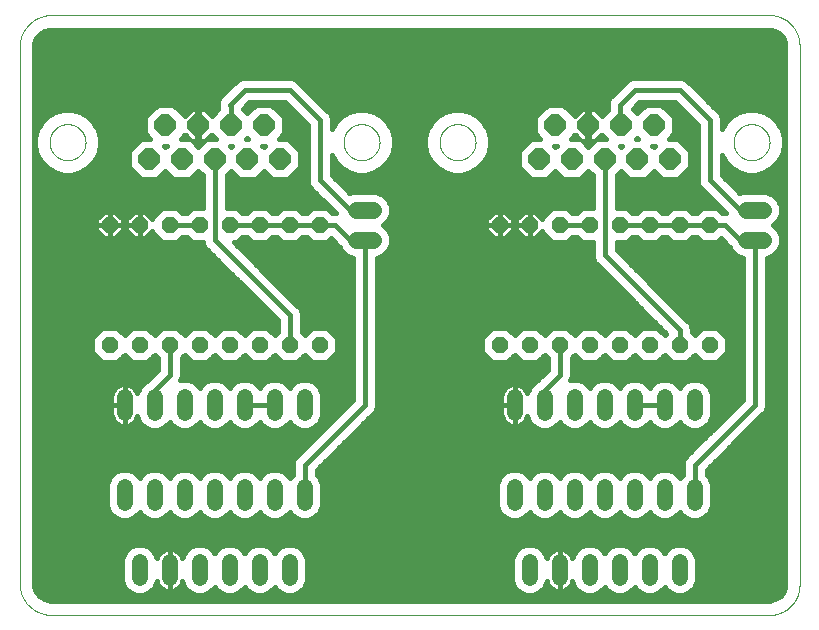
<source format=gtl>
G75*
%MOIN*%
%OFA0B0*%
%FSLAX25Y25*%
%IPPOS*%
%LPD*%
%AMOC8*
5,1,8,0,0,1.08239X$1,22.5*
%
%ADD10C,0.00000*%
%ADD11C,0.05200*%
%ADD12OC8,0.05200*%
%ADD13OC8,0.07050*%
%ADD14C,0.05600*%
%ADD15C,0.01600*%
D10*
X0013099Y0001800D02*
X0251800Y0001800D01*
X0252042Y0001803D01*
X0252283Y0001812D01*
X0252524Y0001826D01*
X0252765Y0001847D01*
X0253005Y0001873D01*
X0253245Y0001905D01*
X0253484Y0001943D01*
X0253721Y0001986D01*
X0253958Y0002036D01*
X0254193Y0002091D01*
X0254427Y0002151D01*
X0254659Y0002218D01*
X0254890Y0002289D01*
X0255119Y0002367D01*
X0255346Y0002450D01*
X0255571Y0002538D01*
X0255794Y0002632D01*
X0256014Y0002731D01*
X0256232Y0002836D01*
X0256447Y0002945D01*
X0256660Y0003060D01*
X0256870Y0003180D01*
X0257076Y0003305D01*
X0257280Y0003435D01*
X0257481Y0003570D01*
X0257678Y0003710D01*
X0257872Y0003854D01*
X0258062Y0004003D01*
X0258248Y0004157D01*
X0258431Y0004315D01*
X0258610Y0004477D01*
X0258785Y0004644D01*
X0258956Y0004815D01*
X0259123Y0004990D01*
X0259285Y0005169D01*
X0259443Y0005352D01*
X0259597Y0005538D01*
X0259746Y0005728D01*
X0259890Y0005922D01*
X0260030Y0006119D01*
X0260165Y0006320D01*
X0260295Y0006524D01*
X0260420Y0006730D01*
X0260540Y0006940D01*
X0260655Y0007153D01*
X0260764Y0007368D01*
X0260869Y0007586D01*
X0260968Y0007806D01*
X0261062Y0008029D01*
X0261150Y0008254D01*
X0261233Y0008481D01*
X0261311Y0008710D01*
X0261382Y0008941D01*
X0261449Y0009173D01*
X0261509Y0009407D01*
X0261564Y0009642D01*
X0261614Y0009879D01*
X0261657Y0010116D01*
X0261695Y0010355D01*
X0261727Y0010595D01*
X0261753Y0010835D01*
X0261774Y0011076D01*
X0261788Y0011317D01*
X0261797Y0011558D01*
X0261800Y0011800D01*
X0261800Y0191721D01*
X0261797Y0191963D01*
X0261788Y0192204D01*
X0261774Y0192445D01*
X0261753Y0192686D01*
X0261727Y0192926D01*
X0261695Y0193166D01*
X0261657Y0193405D01*
X0261614Y0193642D01*
X0261564Y0193879D01*
X0261509Y0194114D01*
X0261449Y0194348D01*
X0261382Y0194580D01*
X0261311Y0194811D01*
X0261233Y0195040D01*
X0261150Y0195267D01*
X0261062Y0195492D01*
X0260968Y0195715D01*
X0260869Y0195935D01*
X0260764Y0196153D01*
X0260655Y0196368D01*
X0260540Y0196581D01*
X0260420Y0196791D01*
X0260295Y0196997D01*
X0260165Y0197201D01*
X0260030Y0197402D01*
X0259890Y0197599D01*
X0259746Y0197793D01*
X0259597Y0197983D01*
X0259443Y0198169D01*
X0259285Y0198352D01*
X0259123Y0198531D01*
X0258956Y0198706D01*
X0258785Y0198877D01*
X0258610Y0199044D01*
X0258431Y0199206D01*
X0258248Y0199364D01*
X0258062Y0199518D01*
X0257872Y0199667D01*
X0257678Y0199811D01*
X0257481Y0199951D01*
X0257280Y0200086D01*
X0257076Y0200216D01*
X0256870Y0200341D01*
X0256660Y0200461D01*
X0256447Y0200576D01*
X0256232Y0200685D01*
X0256014Y0200790D01*
X0255794Y0200889D01*
X0255571Y0200983D01*
X0255346Y0201071D01*
X0255119Y0201154D01*
X0254890Y0201232D01*
X0254659Y0201303D01*
X0254427Y0201370D01*
X0254193Y0201430D01*
X0253958Y0201485D01*
X0253721Y0201535D01*
X0253484Y0201578D01*
X0253245Y0201616D01*
X0253005Y0201648D01*
X0252765Y0201674D01*
X0252524Y0201695D01*
X0252283Y0201709D01*
X0252042Y0201718D01*
X0251800Y0201721D01*
X0013099Y0201721D01*
X0013099Y0201722D02*
X0012838Y0201735D01*
X0012578Y0201743D01*
X0012317Y0201744D01*
X0012056Y0201738D01*
X0011795Y0201726D01*
X0011535Y0201708D01*
X0011275Y0201683D01*
X0011016Y0201652D01*
X0010757Y0201615D01*
X0010500Y0201571D01*
X0010244Y0201521D01*
X0009989Y0201465D01*
X0009736Y0201402D01*
X0009484Y0201334D01*
X0009234Y0201259D01*
X0008986Y0201178D01*
X0008740Y0201091D01*
X0008496Y0200998D01*
X0008255Y0200898D01*
X0008016Y0200794D01*
X0007780Y0200683D01*
X0007546Y0200566D01*
X0007315Y0200444D01*
X0007088Y0200316D01*
X0006864Y0200183D01*
X0006643Y0200044D01*
X0006425Y0199900D01*
X0006211Y0199750D01*
X0006001Y0199596D01*
X0005795Y0199436D01*
X0005593Y0199271D01*
X0005394Y0199101D01*
X0005200Y0198926D01*
X0005011Y0198747D01*
X0004826Y0198563D01*
X0004645Y0198375D01*
X0004469Y0198182D01*
X0004298Y0197985D01*
X0004132Y0197784D01*
X0003970Y0197579D01*
X0003814Y0197370D01*
X0003663Y0197157D01*
X0003517Y0196940D01*
X0003377Y0196720D01*
X0003242Y0196497D01*
X0003113Y0196270D01*
X0002989Y0196041D01*
X0002871Y0195808D01*
X0002758Y0195573D01*
X0002652Y0195334D01*
X0002551Y0195094D01*
X0002456Y0194850D01*
X0002367Y0194605D01*
X0002285Y0194358D01*
X0002208Y0194108D01*
X0002138Y0193857D01*
X0002073Y0193604D01*
X0002015Y0193349D01*
X0001963Y0193094D01*
X0001918Y0192837D01*
X0001879Y0192579D01*
X0001846Y0192320D01*
X0001819Y0192060D01*
X0001799Y0191800D01*
X0001800Y0191800D02*
X0001800Y0011800D01*
X0001801Y0011800D02*
X0001820Y0011539D01*
X0001845Y0011279D01*
X0001877Y0011019D01*
X0001916Y0010760D01*
X0001960Y0010502D01*
X0002011Y0010245D01*
X0002069Y0009989D01*
X0002132Y0009735D01*
X0002202Y0009483D01*
X0002278Y0009232D01*
X0002360Y0008984D01*
X0002448Y0008737D01*
X0002542Y0008493D01*
X0002642Y0008251D01*
X0002748Y0008011D01*
X0002860Y0007775D01*
X0002978Y0007541D01*
X0003101Y0007310D01*
X0003230Y0007082D01*
X0003364Y0006857D01*
X0003504Y0006636D01*
X0003650Y0006418D01*
X0003801Y0006204D01*
X0003956Y0005994D01*
X0004117Y0005787D01*
X0004283Y0005585D01*
X0004454Y0005386D01*
X0004630Y0005192D01*
X0004811Y0005002D01*
X0004996Y0004817D01*
X0005185Y0004636D01*
X0005379Y0004461D01*
X0005577Y0004289D01*
X0005780Y0004123D01*
X0005986Y0003962D01*
X0006196Y0003806D01*
X0006410Y0003655D01*
X0006628Y0003510D01*
X0006849Y0003369D01*
X0007074Y0003235D01*
X0007302Y0003105D01*
X0007532Y0002982D01*
X0007766Y0002864D01*
X0008003Y0002752D01*
X0008242Y0002646D01*
X0008484Y0002545D01*
X0008728Y0002451D01*
X0008975Y0002363D01*
X0009223Y0002281D01*
X0009474Y0002204D01*
X0009726Y0002135D01*
X0009980Y0002071D01*
X0010236Y0002013D01*
X0010493Y0001962D01*
X0010751Y0001917D01*
X0011010Y0001879D01*
X0011269Y0001847D01*
X0011530Y0001821D01*
X0011791Y0001801D01*
X0012053Y0001788D01*
X0012314Y0001782D01*
X0012576Y0001782D01*
X0012838Y0001788D01*
X0013100Y0001801D01*
X0011800Y0159395D02*
X0011802Y0159549D01*
X0011808Y0159704D01*
X0011818Y0159858D01*
X0011832Y0160012D01*
X0011850Y0160165D01*
X0011871Y0160318D01*
X0011897Y0160471D01*
X0011927Y0160622D01*
X0011960Y0160773D01*
X0011998Y0160923D01*
X0012039Y0161072D01*
X0012084Y0161220D01*
X0012133Y0161366D01*
X0012186Y0161512D01*
X0012242Y0161655D01*
X0012302Y0161798D01*
X0012366Y0161938D01*
X0012433Y0162078D01*
X0012504Y0162215D01*
X0012578Y0162350D01*
X0012656Y0162484D01*
X0012737Y0162615D01*
X0012822Y0162744D01*
X0012910Y0162872D01*
X0013001Y0162996D01*
X0013095Y0163119D01*
X0013193Y0163239D01*
X0013293Y0163356D01*
X0013397Y0163471D01*
X0013503Y0163583D01*
X0013612Y0163692D01*
X0013724Y0163798D01*
X0013839Y0163902D01*
X0013956Y0164002D01*
X0014076Y0164100D01*
X0014199Y0164194D01*
X0014323Y0164285D01*
X0014451Y0164373D01*
X0014580Y0164458D01*
X0014711Y0164539D01*
X0014845Y0164617D01*
X0014980Y0164691D01*
X0015117Y0164762D01*
X0015257Y0164829D01*
X0015397Y0164893D01*
X0015540Y0164953D01*
X0015683Y0165009D01*
X0015829Y0165062D01*
X0015975Y0165111D01*
X0016123Y0165156D01*
X0016272Y0165197D01*
X0016422Y0165235D01*
X0016573Y0165268D01*
X0016724Y0165298D01*
X0016877Y0165324D01*
X0017030Y0165345D01*
X0017183Y0165363D01*
X0017337Y0165377D01*
X0017491Y0165387D01*
X0017646Y0165393D01*
X0017800Y0165395D01*
X0017954Y0165393D01*
X0018109Y0165387D01*
X0018263Y0165377D01*
X0018417Y0165363D01*
X0018570Y0165345D01*
X0018723Y0165324D01*
X0018876Y0165298D01*
X0019027Y0165268D01*
X0019178Y0165235D01*
X0019328Y0165197D01*
X0019477Y0165156D01*
X0019625Y0165111D01*
X0019771Y0165062D01*
X0019917Y0165009D01*
X0020060Y0164953D01*
X0020203Y0164893D01*
X0020343Y0164829D01*
X0020483Y0164762D01*
X0020620Y0164691D01*
X0020755Y0164617D01*
X0020889Y0164539D01*
X0021020Y0164458D01*
X0021149Y0164373D01*
X0021277Y0164285D01*
X0021401Y0164194D01*
X0021524Y0164100D01*
X0021644Y0164002D01*
X0021761Y0163902D01*
X0021876Y0163798D01*
X0021988Y0163692D01*
X0022097Y0163583D01*
X0022203Y0163471D01*
X0022307Y0163356D01*
X0022407Y0163239D01*
X0022505Y0163119D01*
X0022599Y0162996D01*
X0022690Y0162872D01*
X0022778Y0162744D01*
X0022863Y0162615D01*
X0022944Y0162484D01*
X0023022Y0162350D01*
X0023096Y0162215D01*
X0023167Y0162078D01*
X0023234Y0161938D01*
X0023298Y0161798D01*
X0023358Y0161655D01*
X0023414Y0161512D01*
X0023467Y0161366D01*
X0023516Y0161220D01*
X0023561Y0161072D01*
X0023602Y0160923D01*
X0023640Y0160773D01*
X0023673Y0160622D01*
X0023703Y0160471D01*
X0023729Y0160318D01*
X0023750Y0160165D01*
X0023768Y0160012D01*
X0023782Y0159858D01*
X0023792Y0159704D01*
X0023798Y0159549D01*
X0023800Y0159395D01*
X0023798Y0159241D01*
X0023792Y0159086D01*
X0023782Y0158932D01*
X0023768Y0158778D01*
X0023750Y0158625D01*
X0023729Y0158472D01*
X0023703Y0158319D01*
X0023673Y0158168D01*
X0023640Y0158017D01*
X0023602Y0157867D01*
X0023561Y0157718D01*
X0023516Y0157570D01*
X0023467Y0157424D01*
X0023414Y0157278D01*
X0023358Y0157135D01*
X0023298Y0156992D01*
X0023234Y0156852D01*
X0023167Y0156712D01*
X0023096Y0156575D01*
X0023022Y0156440D01*
X0022944Y0156306D01*
X0022863Y0156175D01*
X0022778Y0156046D01*
X0022690Y0155918D01*
X0022599Y0155794D01*
X0022505Y0155671D01*
X0022407Y0155551D01*
X0022307Y0155434D01*
X0022203Y0155319D01*
X0022097Y0155207D01*
X0021988Y0155098D01*
X0021876Y0154992D01*
X0021761Y0154888D01*
X0021644Y0154788D01*
X0021524Y0154690D01*
X0021401Y0154596D01*
X0021277Y0154505D01*
X0021149Y0154417D01*
X0021020Y0154332D01*
X0020889Y0154251D01*
X0020755Y0154173D01*
X0020620Y0154099D01*
X0020483Y0154028D01*
X0020343Y0153961D01*
X0020203Y0153897D01*
X0020060Y0153837D01*
X0019917Y0153781D01*
X0019771Y0153728D01*
X0019625Y0153679D01*
X0019477Y0153634D01*
X0019328Y0153593D01*
X0019178Y0153555D01*
X0019027Y0153522D01*
X0018876Y0153492D01*
X0018723Y0153466D01*
X0018570Y0153445D01*
X0018417Y0153427D01*
X0018263Y0153413D01*
X0018109Y0153403D01*
X0017954Y0153397D01*
X0017800Y0153395D01*
X0017646Y0153397D01*
X0017491Y0153403D01*
X0017337Y0153413D01*
X0017183Y0153427D01*
X0017030Y0153445D01*
X0016877Y0153466D01*
X0016724Y0153492D01*
X0016573Y0153522D01*
X0016422Y0153555D01*
X0016272Y0153593D01*
X0016123Y0153634D01*
X0015975Y0153679D01*
X0015829Y0153728D01*
X0015683Y0153781D01*
X0015540Y0153837D01*
X0015397Y0153897D01*
X0015257Y0153961D01*
X0015117Y0154028D01*
X0014980Y0154099D01*
X0014845Y0154173D01*
X0014711Y0154251D01*
X0014580Y0154332D01*
X0014451Y0154417D01*
X0014323Y0154505D01*
X0014199Y0154596D01*
X0014076Y0154690D01*
X0013956Y0154788D01*
X0013839Y0154888D01*
X0013724Y0154992D01*
X0013612Y0155098D01*
X0013503Y0155207D01*
X0013397Y0155319D01*
X0013293Y0155434D01*
X0013193Y0155551D01*
X0013095Y0155671D01*
X0013001Y0155794D01*
X0012910Y0155918D01*
X0012822Y0156046D01*
X0012737Y0156175D01*
X0012656Y0156306D01*
X0012578Y0156440D01*
X0012504Y0156575D01*
X0012433Y0156712D01*
X0012366Y0156852D01*
X0012302Y0156992D01*
X0012242Y0157135D01*
X0012186Y0157278D01*
X0012133Y0157424D01*
X0012084Y0157570D01*
X0012039Y0157718D01*
X0011998Y0157867D01*
X0011960Y0158017D01*
X0011927Y0158168D01*
X0011897Y0158319D01*
X0011871Y0158472D01*
X0011850Y0158625D01*
X0011832Y0158778D01*
X0011818Y0158932D01*
X0011808Y0159086D01*
X0011802Y0159241D01*
X0011800Y0159395D01*
X0109800Y0159395D02*
X0109802Y0159549D01*
X0109808Y0159704D01*
X0109818Y0159858D01*
X0109832Y0160012D01*
X0109850Y0160165D01*
X0109871Y0160318D01*
X0109897Y0160471D01*
X0109927Y0160622D01*
X0109960Y0160773D01*
X0109998Y0160923D01*
X0110039Y0161072D01*
X0110084Y0161220D01*
X0110133Y0161366D01*
X0110186Y0161512D01*
X0110242Y0161655D01*
X0110302Y0161798D01*
X0110366Y0161938D01*
X0110433Y0162078D01*
X0110504Y0162215D01*
X0110578Y0162350D01*
X0110656Y0162484D01*
X0110737Y0162615D01*
X0110822Y0162744D01*
X0110910Y0162872D01*
X0111001Y0162996D01*
X0111095Y0163119D01*
X0111193Y0163239D01*
X0111293Y0163356D01*
X0111397Y0163471D01*
X0111503Y0163583D01*
X0111612Y0163692D01*
X0111724Y0163798D01*
X0111839Y0163902D01*
X0111956Y0164002D01*
X0112076Y0164100D01*
X0112199Y0164194D01*
X0112323Y0164285D01*
X0112451Y0164373D01*
X0112580Y0164458D01*
X0112711Y0164539D01*
X0112845Y0164617D01*
X0112980Y0164691D01*
X0113117Y0164762D01*
X0113257Y0164829D01*
X0113397Y0164893D01*
X0113540Y0164953D01*
X0113683Y0165009D01*
X0113829Y0165062D01*
X0113975Y0165111D01*
X0114123Y0165156D01*
X0114272Y0165197D01*
X0114422Y0165235D01*
X0114573Y0165268D01*
X0114724Y0165298D01*
X0114877Y0165324D01*
X0115030Y0165345D01*
X0115183Y0165363D01*
X0115337Y0165377D01*
X0115491Y0165387D01*
X0115646Y0165393D01*
X0115800Y0165395D01*
X0115954Y0165393D01*
X0116109Y0165387D01*
X0116263Y0165377D01*
X0116417Y0165363D01*
X0116570Y0165345D01*
X0116723Y0165324D01*
X0116876Y0165298D01*
X0117027Y0165268D01*
X0117178Y0165235D01*
X0117328Y0165197D01*
X0117477Y0165156D01*
X0117625Y0165111D01*
X0117771Y0165062D01*
X0117917Y0165009D01*
X0118060Y0164953D01*
X0118203Y0164893D01*
X0118343Y0164829D01*
X0118483Y0164762D01*
X0118620Y0164691D01*
X0118755Y0164617D01*
X0118889Y0164539D01*
X0119020Y0164458D01*
X0119149Y0164373D01*
X0119277Y0164285D01*
X0119401Y0164194D01*
X0119524Y0164100D01*
X0119644Y0164002D01*
X0119761Y0163902D01*
X0119876Y0163798D01*
X0119988Y0163692D01*
X0120097Y0163583D01*
X0120203Y0163471D01*
X0120307Y0163356D01*
X0120407Y0163239D01*
X0120505Y0163119D01*
X0120599Y0162996D01*
X0120690Y0162872D01*
X0120778Y0162744D01*
X0120863Y0162615D01*
X0120944Y0162484D01*
X0121022Y0162350D01*
X0121096Y0162215D01*
X0121167Y0162078D01*
X0121234Y0161938D01*
X0121298Y0161798D01*
X0121358Y0161655D01*
X0121414Y0161512D01*
X0121467Y0161366D01*
X0121516Y0161220D01*
X0121561Y0161072D01*
X0121602Y0160923D01*
X0121640Y0160773D01*
X0121673Y0160622D01*
X0121703Y0160471D01*
X0121729Y0160318D01*
X0121750Y0160165D01*
X0121768Y0160012D01*
X0121782Y0159858D01*
X0121792Y0159704D01*
X0121798Y0159549D01*
X0121800Y0159395D01*
X0121798Y0159241D01*
X0121792Y0159086D01*
X0121782Y0158932D01*
X0121768Y0158778D01*
X0121750Y0158625D01*
X0121729Y0158472D01*
X0121703Y0158319D01*
X0121673Y0158168D01*
X0121640Y0158017D01*
X0121602Y0157867D01*
X0121561Y0157718D01*
X0121516Y0157570D01*
X0121467Y0157424D01*
X0121414Y0157278D01*
X0121358Y0157135D01*
X0121298Y0156992D01*
X0121234Y0156852D01*
X0121167Y0156712D01*
X0121096Y0156575D01*
X0121022Y0156440D01*
X0120944Y0156306D01*
X0120863Y0156175D01*
X0120778Y0156046D01*
X0120690Y0155918D01*
X0120599Y0155794D01*
X0120505Y0155671D01*
X0120407Y0155551D01*
X0120307Y0155434D01*
X0120203Y0155319D01*
X0120097Y0155207D01*
X0119988Y0155098D01*
X0119876Y0154992D01*
X0119761Y0154888D01*
X0119644Y0154788D01*
X0119524Y0154690D01*
X0119401Y0154596D01*
X0119277Y0154505D01*
X0119149Y0154417D01*
X0119020Y0154332D01*
X0118889Y0154251D01*
X0118755Y0154173D01*
X0118620Y0154099D01*
X0118483Y0154028D01*
X0118343Y0153961D01*
X0118203Y0153897D01*
X0118060Y0153837D01*
X0117917Y0153781D01*
X0117771Y0153728D01*
X0117625Y0153679D01*
X0117477Y0153634D01*
X0117328Y0153593D01*
X0117178Y0153555D01*
X0117027Y0153522D01*
X0116876Y0153492D01*
X0116723Y0153466D01*
X0116570Y0153445D01*
X0116417Y0153427D01*
X0116263Y0153413D01*
X0116109Y0153403D01*
X0115954Y0153397D01*
X0115800Y0153395D01*
X0115646Y0153397D01*
X0115491Y0153403D01*
X0115337Y0153413D01*
X0115183Y0153427D01*
X0115030Y0153445D01*
X0114877Y0153466D01*
X0114724Y0153492D01*
X0114573Y0153522D01*
X0114422Y0153555D01*
X0114272Y0153593D01*
X0114123Y0153634D01*
X0113975Y0153679D01*
X0113829Y0153728D01*
X0113683Y0153781D01*
X0113540Y0153837D01*
X0113397Y0153897D01*
X0113257Y0153961D01*
X0113117Y0154028D01*
X0112980Y0154099D01*
X0112845Y0154173D01*
X0112711Y0154251D01*
X0112580Y0154332D01*
X0112451Y0154417D01*
X0112323Y0154505D01*
X0112199Y0154596D01*
X0112076Y0154690D01*
X0111956Y0154788D01*
X0111839Y0154888D01*
X0111724Y0154992D01*
X0111612Y0155098D01*
X0111503Y0155207D01*
X0111397Y0155319D01*
X0111293Y0155434D01*
X0111193Y0155551D01*
X0111095Y0155671D01*
X0111001Y0155794D01*
X0110910Y0155918D01*
X0110822Y0156046D01*
X0110737Y0156175D01*
X0110656Y0156306D01*
X0110578Y0156440D01*
X0110504Y0156575D01*
X0110433Y0156712D01*
X0110366Y0156852D01*
X0110302Y0156992D01*
X0110242Y0157135D01*
X0110186Y0157278D01*
X0110133Y0157424D01*
X0110084Y0157570D01*
X0110039Y0157718D01*
X0109998Y0157867D01*
X0109960Y0158017D01*
X0109927Y0158168D01*
X0109897Y0158319D01*
X0109871Y0158472D01*
X0109850Y0158625D01*
X0109832Y0158778D01*
X0109818Y0158932D01*
X0109808Y0159086D01*
X0109802Y0159241D01*
X0109800Y0159395D01*
X0141800Y0159395D02*
X0141802Y0159549D01*
X0141808Y0159704D01*
X0141818Y0159858D01*
X0141832Y0160012D01*
X0141850Y0160165D01*
X0141871Y0160318D01*
X0141897Y0160471D01*
X0141927Y0160622D01*
X0141960Y0160773D01*
X0141998Y0160923D01*
X0142039Y0161072D01*
X0142084Y0161220D01*
X0142133Y0161366D01*
X0142186Y0161512D01*
X0142242Y0161655D01*
X0142302Y0161798D01*
X0142366Y0161938D01*
X0142433Y0162078D01*
X0142504Y0162215D01*
X0142578Y0162350D01*
X0142656Y0162484D01*
X0142737Y0162615D01*
X0142822Y0162744D01*
X0142910Y0162872D01*
X0143001Y0162996D01*
X0143095Y0163119D01*
X0143193Y0163239D01*
X0143293Y0163356D01*
X0143397Y0163471D01*
X0143503Y0163583D01*
X0143612Y0163692D01*
X0143724Y0163798D01*
X0143839Y0163902D01*
X0143956Y0164002D01*
X0144076Y0164100D01*
X0144199Y0164194D01*
X0144323Y0164285D01*
X0144451Y0164373D01*
X0144580Y0164458D01*
X0144711Y0164539D01*
X0144845Y0164617D01*
X0144980Y0164691D01*
X0145117Y0164762D01*
X0145257Y0164829D01*
X0145397Y0164893D01*
X0145540Y0164953D01*
X0145683Y0165009D01*
X0145829Y0165062D01*
X0145975Y0165111D01*
X0146123Y0165156D01*
X0146272Y0165197D01*
X0146422Y0165235D01*
X0146573Y0165268D01*
X0146724Y0165298D01*
X0146877Y0165324D01*
X0147030Y0165345D01*
X0147183Y0165363D01*
X0147337Y0165377D01*
X0147491Y0165387D01*
X0147646Y0165393D01*
X0147800Y0165395D01*
X0147954Y0165393D01*
X0148109Y0165387D01*
X0148263Y0165377D01*
X0148417Y0165363D01*
X0148570Y0165345D01*
X0148723Y0165324D01*
X0148876Y0165298D01*
X0149027Y0165268D01*
X0149178Y0165235D01*
X0149328Y0165197D01*
X0149477Y0165156D01*
X0149625Y0165111D01*
X0149771Y0165062D01*
X0149917Y0165009D01*
X0150060Y0164953D01*
X0150203Y0164893D01*
X0150343Y0164829D01*
X0150483Y0164762D01*
X0150620Y0164691D01*
X0150755Y0164617D01*
X0150889Y0164539D01*
X0151020Y0164458D01*
X0151149Y0164373D01*
X0151277Y0164285D01*
X0151401Y0164194D01*
X0151524Y0164100D01*
X0151644Y0164002D01*
X0151761Y0163902D01*
X0151876Y0163798D01*
X0151988Y0163692D01*
X0152097Y0163583D01*
X0152203Y0163471D01*
X0152307Y0163356D01*
X0152407Y0163239D01*
X0152505Y0163119D01*
X0152599Y0162996D01*
X0152690Y0162872D01*
X0152778Y0162744D01*
X0152863Y0162615D01*
X0152944Y0162484D01*
X0153022Y0162350D01*
X0153096Y0162215D01*
X0153167Y0162078D01*
X0153234Y0161938D01*
X0153298Y0161798D01*
X0153358Y0161655D01*
X0153414Y0161512D01*
X0153467Y0161366D01*
X0153516Y0161220D01*
X0153561Y0161072D01*
X0153602Y0160923D01*
X0153640Y0160773D01*
X0153673Y0160622D01*
X0153703Y0160471D01*
X0153729Y0160318D01*
X0153750Y0160165D01*
X0153768Y0160012D01*
X0153782Y0159858D01*
X0153792Y0159704D01*
X0153798Y0159549D01*
X0153800Y0159395D01*
X0153798Y0159241D01*
X0153792Y0159086D01*
X0153782Y0158932D01*
X0153768Y0158778D01*
X0153750Y0158625D01*
X0153729Y0158472D01*
X0153703Y0158319D01*
X0153673Y0158168D01*
X0153640Y0158017D01*
X0153602Y0157867D01*
X0153561Y0157718D01*
X0153516Y0157570D01*
X0153467Y0157424D01*
X0153414Y0157278D01*
X0153358Y0157135D01*
X0153298Y0156992D01*
X0153234Y0156852D01*
X0153167Y0156712D01*
X0153096Y0156575D01*
X0153022Y0156440D01*
X0152944Y0156306D01*
X0152863Y0156175D01*
X0152778Y0156046D01*
X0152690Y0155918D01*
X0152599Y0155794D01*
X0152505Y0155671D01*
X0152407Y0155551D01*
X0152307Y0155434D01*
X0152203Y0155319D01*
X0152097Y0155207D01*
X0151988Y0155098D01*
X0151876Y0154992D01*
X0151761Y0154888D01*
X0151644Y0154788D01*
X0151524Y0154690D01*
X0151401Y0154596D01*
X0151277Y0154505D01*
X0151149Y0154417D01*
X0151020Y0154332D01*
X0150889Y0154251D01*
X0150755Y0154173D01*
X0150620Y0154099D01*
X0150483Y0154028D01*
X0150343Y0153961D01*
X0150203Y0153897D01*
X0150060Y0153837D01*
X0149917Y0153781D01*
X0149771Y0153728D01*
X0149625Y0153679D01*
X0149477Y0153634D01*
X0149328Y0153593D01*
X0149178Y0153555D01*
X0149027Y0153522D01*
X0148876Y0153492D01*
X0148723Y0153466D01*
X0148570Y0153445D01*
X0148417Y0153427D01*
X0148263Y0153413D01*
X0148109Y0153403D01*
X0147954Y0153397D01*
X0147800Y0153395D01*
X0147646Y0153397D01*
X0147491Y0153403D01*
X0147337Y0153413D01*
X0147183Y0153427D01*
X0147030Y0153445D01*
X0146877Y0153466D01*
X0146724Y0153492D01*
X0146573Y0153522D01*
X0146422Y0153555D01*
X0146272Y0153593D01*
X0146123Y0153634D01*
X0145975Y0153679D01*
X0145829Y0153728D01*
X0145683Y0153781D01*
X0145540Y0153837D01*
X0145397Y0153897D01*
X0145257Y0153961D01*
X0145117Y0154028D01*
X0144980Y0154099D01*
X0144845Y0154173D01*
X0144711Y0154251D01*
X0144580Y0154332D01*
X0144451Y0154417D01*
X0144323Y0154505D01*
X0144199Y0154596D01*
X0144076Y0154690D01*
X0143956Y0154788D01*
X0143839Y0154888D01*
X0143724Y0154992D01*
X0143612Y0155098D01*
X0143503Y0155207D01*
X0143397Y0155319D01*
X0143293Y0155434D01*
X0143193Y0155551D01*
X0143095Y0155671D01*
X0143001Y0155794D01*
X0142910Y0155918D01*
X0142822Y0156046D01*
X0142737Y0156175D01*
X0142656Y0156306D01*
X0142578Y0156440D01*
X0142504Y0156575D01*
X0142433Y0156712D01*
X0142366Y0156852D01*
X0142302Y0156992D01*
X0142242Y0157135D01*
X0142186Y0157278D01*
X0142133Y0157424D01*
X0142084Y0157570D01*
X0142039Y0157718D01*
X0141998Y0157867D01*
X0141960Y0158017D01*
X0141927Y0158168D01*
X0141897Y0158319D01*
X0141871Y0158472D01*
X0141850Y0158625D01*
X0141832Y0158778D01*
X0141818Y0158932D01*
X0141808Y0159086D01*
X0141802Y0159241D01*
X0141800Y0159395D01*
X0239800Y0159395D02*
X0239802Y0159549D01*
X0239808Y0159704D01*
X0239818Y0159858D01*
X0239832Y0160012D01*
X0239850Y0160165D01*
X0239871Y0160318D01*
X0239897Y0160471D01*
X0239927Y0160622D01*
X0239960Y0160773D01*
X0239998Y0160923D01*
X0240039Y0161072D01*
X0240084Y0161220D01*
X0240133Y0161366D01*
X0240186Y0161512D01*
X0240242Y0161655D01*
X0240302Y0161798D01*
X0240366Y0161938D01*
X0240433Y0162078D01*
X0240504Y0162215D01*
X0240578Y0162350D01*
X0240656Y0162484D01*
X0240737Y0162615D01*
X0240822Y0162744D01*
X0240910Y0162872D01*
X0241001Y0162996D01*
X0241095Y0163119D01*
X0241193Y0163239D01*
X0241293Y0163356D01*
X0241397Y0163471D01*
X0241503Y0163583D01*
X0241612Y0163692D01*
X0241724Y0163798D01*
X0241839Y0163902D01*
X0241956Y0164002D01*
X0242076Y0164100D01*
X0242199Y0164194D01*
X0242323Y0164285D01*
X0242451Y0164373D01*
X0242580Y0164458D01*
X0242711Y0164539D01*
X0242845Y0164617D01*
X0242980Y0164691D01*
X0243117Y0164762D01*
X0243257Y0164829D01*
X0243397Y0164893D01*
X0243540Y0164953D01*
X0243683Y0165009D01*
X0243829Y0165062D01*
X0243975Y0165111D01*
X0244123Y0165156D01*
X0244272Y0165197D01*
X0244422Y0165235D01*
X0244573Y0165268D01*
X0244724Y0165298D01*
X0244877Y0165324D01*
X0245030Y0165345D01*
X0245183Y0165363D01*
X0245337Y0165377D01*
X0245491Y0165387D01*
X0245646Y0165393D01*
X0245800Y0165395D01*
X0245954Y0165393D01*
X0246109Y0165387D01*
X0246263Y0165377D01*
X0246417Y0165363D01*
X0246570Y0165345D01*
X0246723Y0165324D01*
X0246876Y0165298D01*
X0247027Y0165268D01*
X0247178Y0165235D01*
X0247328Y0165197D01*
X0247477Y0165156D01*
X0247625Y0165111D01*
X0247771Y0165062D01*
X0247917Y0165009D01*
X0248060Y0164953D01*
X0248203Y0164893D01*
X0248343Y0164829D01*
X0248483Y0164762D01*
X0248620Y0164691D01*
X0248755Y0164617D01*
X0248889Y0164539D01*
X0249020Y0164458D01*
X0249149Y0164373D01*
X0249277Y0164285D01*
X0249401Y0164194D01*
X0249524Y0164100D01*
X0249644Y0164002D01*
X0249761Y0163902D01*
X0249876Y0163798D01*
X0249988Y0163692D01*
X0250097Y0163583D01*
X0250203Y0163471D01*
X0250307Y0163356D01*
X0250407Y0163239D01*
X0250505Y0163119D01*
X0250599Y0162996D01*
X0250690Y0162872D01*
X0250778Y0162744D01*
X0250863Y0162615D01*
X0250944Y0162484D01*
X0251022Y0162350D01*
X0251096Y0162215D01*
X0251167Y0162078D01*
X0251234Y0161938D01*
X0251298Y0161798D01*
X0251358Y0161655D01*
X0251414Y0161512D01*
X0251467Y0161366D01*
X0251516Y0161220D01*
X0251561Y0161072D01*
X0251602Y0160923D01*
X0251640Y0160773D01*
X0251673Y0160622D01*
X0251703Y0160471D01*
X0251729Y0160318D01*
X0251750Y0160165D01*
X0251768Y0160012D01*
X0251782Y0159858D01*
X0251792Y0159704D01*
X0251798Y0159549D01*
X0251800Y0159395D01*
X0251798Y0159241D01*
X0251792Y0159086D01*
X0251782Y0158932D01*
X0251768Y0158778D01*
X0251750Y0158625D01*
X0251729Y0158472D01*
X0251703Y0158319D01*
X0251673Y0158168D01*
X0251640Y0158017D01*
X0251602Y0157867D01*
X0251561Y0157718D01*
X0251516Y0157570D01*
X0251467Y0157424D01*
X0251414Y0157278D01*
X0251358Y0157135D01*
X0251298Y0156992D01*
X0251234Y0156852D01*
X0251167Y0156712D01*
X0251096Y0156575D01*
X0251022Y0156440D01*
X0250944Y0156306D01*
X0250863Y0156175D01*
X0250778Y0156046D01*
X0250690Y0155918D01*
X0250599Y0155794D01*
X0250505Y0155671D01*
X0250407Y0155551D01*
X0250307Y0155434D01*
X0250203Y0155319D01*
X0250097Y0155207D01*
X0249988Y0155098D01*
X0249876Y0154992D01*
X0249761Y0154888D01*
X0249644Y0154788D01*
X0249524Y0154690D01*
X0249401Y0154596D01*
X0249277Y0154505D01*
X0249149Y0154417D01*
X0249020Y0154332D01*
X0248889Y0154251D01*
X0248755Y0154173D01*
X0248620Y0154099D01*
X0248483Y0154028D01*
X0248343Y0153961D01*
X0248203Y0153897D01*
X0248060Y0153837D01*
X0247917Y0153781D01*
X0247771Y0153728D01*
X0247625Y0153679D01*
X0247477Y0153634D01*
X0247328Y0153593D01*
X0247178Y0153555D01*
X0247027Y0153522D01*
X0246876Y0153492D01*
X0246723Y0153466D01*
X0246570Y0153445D01*
X0246417Y0153427D01*
X0246263Y0153413D01*
X0246109Y0153403D01*
X0245954Y0153397D01*
X0245800Y0153395D01*
X0245646Y0153397D01*
X0245491Y0153403D01*
X0245337Y0153413D01*
X0245183Y0153427D01*
X0245030Y0153445D01*
X0244877Y0153466D01*
X0244724Y0153492D01*
X0244573Y0153522D01*
X0244422Y0153555D01*
X0244272Y0153593D01*
X0244123Y0153634D01*
X0243975Y0153679D01*
X0243829Y0153728D01*
X0243683Y0153781D01*
X0243540Y0153837D01*
X0243397Y0153897D01*
X0243257Y0153961D01*
X0243117Y0154028D01*
X0242980Y0154099D01*
X0242845Y0154173D01*
X0242711Y0154251D01*
X0242580Y0154332D01*
X0242451Y0154417D01*
X0242323Y0154505D01*
X0242199Y0154596D01*
X0242076Y0154690D01*
X0241956Y0154788D01*
X0241839Y0154888D01*
X0241724Y0154992D01*
X0241612Y0155098D01*
X0241503Y0155207D01*
X0241397Y0155319D01*
X0241293Y0155434D01*
X0241193Y0155551D01*
X0241095Y0155671D01*
X0241001Y0155794D01*
X0240910Y0155918D01*
X0240822Y0156046D01*
X0240737Y0156175D01*
X0240656Y0156306D01*
X0240578Y0156440D01*
X0240504Y0156575D01*
X0240433Y0156712D01*
X0240366Y0156852D01*
X0240302Y0156992D01*
X0240242Y0157135D01*
X0240186Y0157278D01*
X0240133Y0157424D01*
X0240084Y0157570D01*
X0240039Y0157718D01*
X0239998Y0157867D01*
X0239960Y0158017D01*
X0239927Y0158168D01*
X0239897Y0158319D01*
X0239871Y0158472D01*
X0239850Y0158625D01*
X0239832Y0158778D01*
X0239818Y0158932D01*
X0239808Y0159086D01*
X0239802Y0159241D01*
X0239800Y0159395D01*
D11*
X0226800Y0074400D02*
X0226800Y0069200D01*
X0216800Y0069200D02*
X0216800Y0074400D01*
X0206800Y0074400D02*
X0206800Y0069200D01*
X0196800Y0069200D02*
X0196800Y0074400D01*
X0186800Y0074400D02*
X0186800Y0069200D01*
X0176800Y0069200D02*
X0176800Y0074400D01*
X0166800Y0074400D02*
X0166800Y0069200D01*
X0166800Y0044400D02*
X0166800Y0039200D01*
X0176800Y0039200D02*
X0176800Y0044400D01*
X0186800Y0044400D02*
X0186800Y0039200D01*
X0196800Y0039200D02*
X0196800Y0044400D01*
X0206800Y0044400D02*
X0206800Y0039200D01*
X0216800Y0039200D02*
X0216800Y0044400D01*
X0226800Y0044400D02*
X0226800Y0039200D01*
X0221800Y0019400D02*
X0221800Y0014200D01*
X0211800Y0014200D02*
X0211800Y0019400D01*
X0201800Y0019400D02*
X0201800Y0014200D01*
X0191800Y0014200D02*
X0191800Y0019400D01*
X0181800Y0019400D02*
X0181800Y0014200D01*
X0171800Y0014200D02*
X0171800Y0019400D01*
X0096800Y0039200D02*
X0096800Y0044400D01*
X0086800Y0044400D02*
X0086800Y0039200D01*
X0076800Y0039200D02*
X0076800Y0044400D01*
X0066800Y0044400D02*
X0066800Y0039200D01*
X0056800Y0039200D02*
X0056800Y0044400D01*
X0046800Y0044400D02*
X0046800Y0039200D01*
X0036800Y0039200D02*
X0036800Y0044400D01*
X0036800Y0069200D02*
X0036800Y0074400D01*
X0046800Y0074400D02*
X0046800Y0069200D01*
X0056800Y0069200D02*
X0056800Y0074400D01*
X0066800Y0074400D02*
X0066800Y0069200D01*
X0076800Y0069200D02*
X0076800Y0074400D01*
X0086800Y0074400D02*
X0086800Y0069200D01*
X0096800Y0069200D02*
X0096800Y0074400D01*
X0091800Y0019400D02*
X0091800Y0014200D01*
X0081800Y0014200D02*
X0081800Y0019400D01*
X0071800Y0019400D02*
X0071800Y0014200D01*
X0061800Y0014200D02*
X0061800Y0019400D01*
X0051800Y0019400D02*
X0051800Y0014200D01*
X0041800Y0014200D02*
X0041800Y0019400D01*
D12*
X0041800Y0091800D03*
X0031800Y0091800D03*
X0051800Y0091800D03*
X0061800Y0091800D03*
X0071800Y0091800D03*
X0081800Y0091800D03*
X0091800Y0091800D03*
X0101800Y0091800D03*
X0101800Y0131800D03*
X0091800Y0131800D03*
X0081800Y0131800D03*
X0071800Y0131800D03*
X0061800Y0131800D03*
X0051800Y0131800D03*
X0041800Y0131800D03*
X0031800Y0131800D03*
X0161800Y0131800D03*
X0171800Y0131800D03*
X0181800Y0131800D03*
X0191800Y0131800D03*
X0201800Y0131800D03*
X0211800Y0131800D03*
X0221800Y0131800D03*
X0231800Y0131800D03*
X0231800Y0091800D03*
X0221800Y0091800D03*
X0211800Y0091800D03*
X0201800Y0091800D03*
X0191800Y0091800D03*
X0181800Y0091800D03*
X0171800Y0091800D03*
X0161800Y0091800D03*
D13*
X0175000Y0153795D03*
X0185900Y0153795D03*
X0196800Y0153795D03*
X0207700Y0153795D03*
X0218600Y0153795D03*
X0213150Y0164990D03*
X0202250Y0164990D03*
X0191350Y0164990D03*
X0180450Y0164990D03*
X0088600Y0153795D03*
X0077700Y0153795D03*
X0066800Y0153795D03*
X0055900Y0153795D03*
X0045000Y0153795D03*
X0050450Y0164990D03*
X0061350Y0164990D03*
X0072250Y0164990D03*
X0083150Y0164990D03*
D14*
X0114000Y0136800D02*
X0119600Y0136800D01*
X0119600Y0126800D02*
X0114000Y0126800D01*
X0244000Y0126800D02*
X0249600Y0126800D01*
X0249600Y0136800D02*
X0244000Y0136800D01*
D15*
X0008560Y0008054D02*
X0007392Y0009471D01*
X0006719Y0011180D01*
X0006600Y0012029D01*
X0006600Y0191559D01*
X0006721Y0192395D01*
X0007396Y0194090D01*
X0008562Y0195494D01*
X0010105Y0196469D01*
X0011873Y0196919D01*
X0012141Y0196922D01*
X0012144Y0196921D01*
X0012944Y0196921D01*
X0013741Y0196869D01*
X0013893Y0196921D01*
X0251800Y0196921D01*
X0252479Y0196877D01*
X0253790Y0196525D01*
X0254966Y0195847D01*
X0255925Y0194887D01*
X0256604Y0193711D01*
X0256956Y0192400D01*
X0257000Y0191721D01*
X0257000Y0011800D01*
X0256956Y0011121D01*
X0256604Y0009810D01*
X0255925Y0008634D01*
X0254966Y0007675D01*
X0253790Y0006996D01*
X0252479Y0006644D01*
X0251800Y0006600D01*
X0013903Y0006600D01*
X0013760Y0006649D01*
X0012953Y0006600D01*
X0012302Y0006600D01*
X0011886Y0006607D01*
X0010108Y0007067D01*
X0008560Y0008054D01*
X0008445Y0008194D02*
X0255485Y0008194D01*
X0256594Y0009793D02*
X0225595Y0009793D01*
X0225085Y0009283D02*
X0226717Y0010915D01*
X0227600Y0013046D01*
X0227600Y0020554D01*
X0226717Y0022685D01*
X0225085Y0024317D01*
X0222954Y0025200D01*
X0220646Y0025200D01*
X0218515Y0024317D01*
X0216883Y0022685D01*
X0216800Y0022485D01*
X0216717Y0022685D01*
X0215085Y0024317D01*
X0212954Y0025200D01*
X0210646Y0025200D01*
X0208515Y0024317D01*
X0206883Y0022685D01*
X0206800Y0022485D01*
X0206717Y0022685D01*
X0205085Y0024317D01*
X0202954Y0025200D01*
X0200646Y0025200D01*
X0198515Y0024317D01*
X0196883Y0022685D01*
X0196800Y0022485D01*
X0196717Y0022685D01*
X0195085Y0024317D01*
X0192954Y0025200D01*
X0190646Y0025200D01*
X0188515Y0024317D01*
X0186883Y0022685D01*
X0186029Y0020623D01*
X0185878Y0021089D01*
X0185563Y0021706D01*
X0185156Y0022266D01*
X0184666Y0022756D01*
X0184106Y0023163D01*
X0183489Y0023478D01*
X0182830Y0023692D01*
X0182146Y0023800D01*
X0181800Y0023800D01*
X0181800Y0016800D01*
X0181800Y0016800D01*
X0181800Y0023800D01*
X0181454Y0023800D01*
X0180770Y0023692D01*
X0180111Y0023478D01*
X0179494Y0023163D01*
X0178934Y0022756D01*
X0178444Y0022266D01*
X0178037Y0021706D01*
X0177722Y0021089D01*
X0177571Y0020623D01*
X0176717Y0022685D01*
X0175085Y0024317D01*
X0172954Y0025200D01*
X0170646Y0025200D01*
X0168515Y0024317D01*
X0166883Y0022685D01*
X0166000Y0020554D01*
X0166000Y0013046D01*
X0166883Y0010915D01*
X0168515Y0009283D01*
X0170646Y0008400D01*
X0172954Y0008400D01*
X0175085Y0009283D01*
X0176717Y0010915D01*
X0177571Y0012977D01*
X0177722Y0012511D01*
X0178037Y0011894D01*
X0178444Y0011334D01*
X0178934Y0010844D01*
X0179494Y0010437D01*
X0180111Y0010122D01*
X0180770Y0009908D01*
X0181454Y0009800D01*
X0181800Y0009800D01*
X0182146Y0009800D01*
X0182830Y0009908D01*
X0183489Y0010122D01*
X0184106Y0010437D01*
X0184666Y0010844D01*
X0185156Y0011334D01*
X0185563Y0011894D01*
X0185878Y0012511D01*
X0186029Y0012977D01*
X0186883Y0010915D01*
X0188515Y0009283D01*
X0190646Y0008400D01*
X0192954Y0008400D01*
X0195085Y0009283D01*
X0196717Y0010915D01*
X0196800Y0011115D01*
X0196883Y0010915D01*
X0198515Y0009283D01*
X0200646Y0008400D01*
X0202954Y0008400D01*
X0205085Y0009283D01*
X0206717Y0010915D01*
X0206800Y0011115D01*
X0206883Y0010915D01*
X0208515Y0009283D01*
X0210646Y0008400D01*
X0212954Y0008400D01*
X0215085Y0009283D01*
X0216717Y0010915D01*
X0216800Y0011115D01*
X0216883Y0010915D01*
X0218515Y0009283D01*
X0220646Y0008400D01*
X0222954Y0008400D01*
X0225085Y0009283D01*
X0226914Y0011391D02*
X0256973Y0011391D01*
X0257000Y0012990D02*
X0227576Y0012990D01*
X0227600Y0014588D02*
X0257000Y0014588D01*
X0257000Y0016187D02*
X0227600Y0016187D01*
X0227600Y0017785D02*
X0257000Y0017785D01*
X0257000Y0019384D02*
X0227600Y0019384D01*
X0227423Y0020982D02*
X0257000Y0020982D01*
X0257000Y0022581D02*
X0226760Y0022581D01*
X0225223Y0024179D02*
X0257000Y0024179D01*
X0257000Y0025778D02*
X0006600Y0025778D01*
X0006600Y0027376D02*
X0257000Y0027376D01*
X0257000Y0028975D02*
X0006600Y0028975D01*
X0006600Y0030573D02*
X0257000Y0030573D01*
X0257000Y0032172D02*
X0006600Y0032172D01*
X0006600Y0033770D02*
X0034752Y0033770D01*
X0035646Y0033400D02*
X0037954Y0033400D01*
X0040085Y0034283D01*
X0041717Y0035915D01*
X0041800Y0036115D01*
X0041883Y0035915D01*
X0043515Y0034283D01*
X0045646Y0033400D01*
X0047954Y0033400D01*
X0050085Y0034283D01*
X0051717Y0035915D01*
X0051800Y0036115D01*
X0051883Y0035915D01*
X0053515Y0034283D01*
X0055646Y0033400D01*
X0057954Y0033400D01*
X0060085Y0034283D01*
X0061717Y0035915D01*
X0061800Y0036115D01*
X0061883Y0035915D01*
X0063515Y0034283D01*
X0065646Y0033400D01*
X0067954Y0033400D01*
X0070085Y0034283D01*
X0071717Y0035915D01*
X0071800Y0036115D01*
X0071883Y0035915D01*
X0073515Y0034283D01*
X0075646Y0033400D01*
X0077954Y0033400D01*
X0080085Y0034283D01*
X0081717Y0035915D01*
X0081800Y0036115D01*
X0081883Y0035915D01*
X0083515Y0034283D01*
X0085646Y0033400D01*
X0087954Y0033400D01*
X0090085Y0034283D01*
X0091717Y0035915D01*
X0091800Y0036115D01*
X0091883Y0035915D01*
X0093515Y0034283D01*
X0095646Y0033400D01*
X0097954Y0033400D01*
X0100085Y0034283D01*
X0101717Y0035915D01*
X0102600Y0038046D01*
X0102600Y0045554D01*
X0101717Y0047685D01*
X0100800Y0048602D01*
X0100800Y0050143D01*
X0120191Y0069534D01*
X0120800Y0071004D01*
X0120800Y0120803D01*
X0122999Y0121713D01*
X0124687Y0123401D01*
X0125600Y0125607D01*
X0125600Y0127993D01*
X0124687Y0130199D01*
X0123085Y0131800D01*
X0124687Y0133401D01*
X0125600Y0135607D01*
X0125600Y0137993D01*
X0124687Y0140199D01*
X0122999Y0141887D01*
X0120793Y0142800D01*
X0112807Y0142800D01*
X0111852Y0142405D01*
X0105800Y0148457D01*
X0105800Y0155115D01*
X0107158Y0152764D01*
X0109169Y0150753D01*
X0111631Y0149331D01*
X0114378Y0148595D01*
X0117222Y0148595D01*
X0119969Y0149331D01*
X0122431Y0150753D01*
X0124442Y0152764D01*
X0125864Y0155226D01*
X0126600Y0157973D01*
X0126600Y0160817D01*
X0125864Y0163564D01*
X0124442Y0166026D01*
X0122431Y0168037D01*
X0119969Y0169459D01*
X0117222Y0170195D01*
X0114378Y0170195D01*
X0111631Y0169459D01*
X0109169Y0168037D01*
X0107158Y0166026D01*
X0105800Y0163674D01*
X0105800Y0167596D01*
X0105191Y0169066D01*
X0104066Y0170191D01*
X0094066Y0180191D01*
X0092596Y0180800D01*
X0076004Y0180800D01*
X0074534Y0180191D01*
X0073409Y0179066D01*
X0068409Y0174066D01*
X0067800Y0172596D01*
X0067800Y0171004D01*
X0068079Y0170330D01*
X0065810Y0168061D01*
X0063556Y0170315D01*
X0061725Y0170315D01*
X0061725Y0165365D01*
X0060975Y0165365D01*
X0060975Y0170315D01*
X0059144Y0170315D01*
X0056890Y0168061D01*
X0053236Y0171715D01*
X0047664Y0171715D01*
X0043725Y0167776D01*
X0043725Y0162205D01*
X0045410Y0160520D01*
X0042214Y0160520D01*
X0038275Y0156580D01*
X0038275Y0151009D01*
X0042214Y0147070D01*
X0047786Y0147070D01*
X0050450Y0149734D01*
X0053114Y0147070D01*
X0058686Y0147070D01*
X0061350Y0149734D01*
X0062800Y0148284D01*
X0062800Y0137600D01*
X0059398Y0137600D01*
X0057598Y0135800D01*
X0056002Y0135800D01*
X0054202Y0137600D01*
X0049398Y0137600D01*
X0046000Y0134202D01*
X0046000Y0133823D01*
X0043623Y0136200D01*
X0041800Y0136200D01*
X0041800Y0131800D01*
X0041800Y0131800D01*
X0041800Y0127400D01*
X0043623Y0127400D01*
X0046000Y0129777D01*
X0046000Y0129398D01*
X0049398Y0126000D01*
X0054202Y0126000D01*
X0056002Y0127800D01*
X0057598Y0127800D01*
X0059398Y0126000D01*
X0062802Y0126000D01*
X0063409Y0124534D01*
X0087800Y0100143D01*
X0087800Y0096002D01*
X0086800Y0095002D01*
X0084202Y0097600D01*
X0079398Y0097600D01*
X0076800Y0095002D01*
X0074202Y0097600D01*
X0069398Y0097600D01*
X0066800Y0095002D01*
X0064202Y0097600D01*
X0059398Y0097600D01*
X0056800Y0095002D01*
X0054202Y0097600D01*
X0049398Y0097600D01*
X0046800Y0095002D01*
X0044202Y0097600D01*
X0039398Y0097600D01*
X0036800Y0095002D01*
X0034202Y0097600D01*
X0029398Y0097600D01*
X0026000Y0094202D01*
X0026000Y0089398D01*
X0029398Y0086000D01*
X0034202Y0086000D01*
X0036800Y0088598D01*
X0039398Y0086000D01*
X0044202Y0086000D01*
X0046800Y0088598D01*
X0047800Y0087598D01*
X0047800Y0083457D01*
X0044534Y0080191D01*
X0043763Y0079420D01*
X0043515Y0079317D01*
X0041883Y0077685D01*
X0041029Y0075623D01*
X0040878Y0076089D01*
X0040563Y0076706D01*
X0040156Y0077266D01*
X0039666Y0077756D01*
X0039106Y0078163D01*
X0038489Y0078478D01*
X0037830Y0078692D01*
X0037146Y0078800D01*
X0036800Y0078800D01*
X0036800Y0071800D01*
X0036800Y0071800D01*
X0036800Y0071800D01*
X0032400Y0071800D01*
X0032400Y0074746D01*
X0032508Y0075430D01*
X0032722Y0076089D01*
X0033037Y0076706D01*
X0033444Y0077266D01*
X0033934Y0077756D01*
X0034494Y0078163D01*
X0035111Y0078478D01*
X0035770Y0078692D01*
X0036454Y0078800D01*
X0036800Y0078800D01*
X0036800Y0071800D01*
X0036800Y0064800D01*
X0037146Y0064800D01*
X0037830Y0064908D01*
X0038489Y0065122D01*
X0039106Y0065437D01*
X0039666Y0065844D01*
X0040156Y0066334D01*
X0040563Y0066894D01*
X0040878Y0067511D01*
X0041029Y0067977D01*
X0041883Y0065915D01*
X0043515Y0064283D01*
X0045646Y0063400D01*
X0047954Y0063400D01*
X0050085Y0064283D01*
X0051717Y0065915D01*
X0051800Y0066115D01*
X0051883Y0065915D01*
X0053515Y0064283D01*
X0055646Y0063400D01*
X0057954Y0063400D01*
X0060085Y0064283D01*
X0061717Y0065915D01*
X0061800Y0066115D01*
X0061883Y0065915D01*
X0063515Y0064283D01*
X0065646Y0063400D01*
X0067954Y0063400D01*
X0070085Y0064283D01*
X0071717Y0065915D01*
X0071800Y0066115D01*
X0071883Y0065915D01*
X0073515Y0064283D01*
X0075646Y0063400D01*
X0077954Y0063400D01*
X0080085Y0064283D01*
X0081717Y0065915D01*
X0081800Y0066115D01*
X0081883Y0065915D01*
X0083515Y0064283D01*
X0085646Y0063400D01*
X0087954Y0063400D01*
X0090085Y0064283D01*
X0091717Y0065915D01*
X0091800Y0066115D01*
X0091883Y0065915D01*
X0093515Y0064283D01*
X0095646Y0063400D01*
X0097954Y0063400D01*
X0100085Y0064283D01*
X0101717Y0065915D01*
X0102600Y0068046D01*
X0102600Y0075554D01*
X0101717Y0077685D01*
X0100085Y0079317D01*
X0097954Y0080200D01*
X0095646Y0080200D01*
X0093515Y0079317D01*
X0091883Y0077685D01*
X0091800Y0077485D01*
X0091717Y0077685D01*
X0090085Y0079317D01*
X0087954Y0080200D01*
X0085646Y0080200D01*
X0083515Y0079317D01*
X0081883Y0077685D01*
X0081800Y0077485D01*
X0081717Y0077685D01*
X0080085Y0079317D01*
X0077954Y0080200D01*
X0075646Y0080200D01*
X0073515Y0079317D01*
X0071883Y0077685D01*
X0071800Y0077485D01*
X0071717Y0077685D01*
X0070085Y0079317D01*
X0067954Y0080200D01*
X0065646Y0080200D01*
X0063515Y0079317D01*
X0061883Y0077685D01*
X0061800Y0077485D01*
X0061717Y0077685D01*
X0060085Y0079317D01*
X0057954Y0080200D01*
X0055646Y0080200D01*
X0055430Y0080110D01*
X0055800Y0081004D01*
X0055800Y0087598D01*
X0056800Y0088598D01*
X0059398Y0086000D01*
X0064202Y0086000D01*
X0066800Y0088598D01*
X0069398Y0086000D01*
X0074202Y0086000D01*
X0076800Y0088598D01*
X0079398Y0086000D01*
X0084202Y0086000D01*
X0086800Y0088598D01*
X0089398Y0086000D01*
X0094202Y0086000D01*
X0096800Y0088598D01*
X0099398Y0086000D01*
X0104202Y0086000D01*
X0107600Y0089398D01*
X0107600Y0094202D01*
X0104202Y0097600D01*
X0099398Y0097600D01*
X0096800Y0095002D01*
X0095800Y0096002D01*
X0095800Y0102596D01*
X0095191Y0104066D01*
X0094066Y0105191D01*
X0073257Y0126000D01*
X0074202Y0126000D01*
X0076002Y0127800D01*
X0077598Y0127800D01*
X0079398Y0126000D01*
X0084202Y0126000D01*
X0086002Y0127800D01*
X0087598Y0127800D01*
X0089398Y0126000D01*
X0094202Y0126000D01*
X0096002Y0127800D01*
X0097598Y0127800D01*
X0099398Y0126000D01*
X0104202Y0126000D01*
X0105573Y0127370D01*
X0108409Y0124534D01*
X0108469Y0124474D01*
X0108913Y0123401D01*
X0110601Y0121713D01*
X0112800Y0120803D01*
X0112800Y0073457D01*
X0094534Y0055191D01*
X0093409Y0054066D01*
X0092800Y0052596D01*
X0092800Y0048602D01*
X0091883Y0047685D01*
X0091800Y0047485D01*
X0091717Y0047685D01*
X0090085Y0049317D01*
X0087954Y0050200D01*
X0085646Y0050200D01*
X0083515Y0049317D01*
X0081883Y0047685D01*
X0081800Y0047485D01*
X0081717Y0047685D01*
X0080085Y0049317D01*
X0077954Y0050200D01*
X0075646Y0050200D01*
X0073515Y0049317D01*
X0071883Y0047685D01*
X0071800Y0047485D01*
X0071717Y0047685D01*
X0070085Y0049317D01*
X0067954Y0050200D01*
X0065646Y0050200D01*
X0063515Y0049317D01*
X0061883Y0047685D01*
X0061800Y0047485D01*
X0061717Y0047685D01*
X0060085Y0049317D01*
X0057954Y0050200D01*
X0055646Y0050200D01*
X0053515Y0049317D01*
X0051883Y0047685D01*
X0051800Y0047485D01*
X0051717Y0047685D01*
X0050085Y0049317D01*
X0047954Y0050200D01*
X0045646Y0050200D01*
X0043515Y0049317D01*
X0041883Y0047685D01*
X0041800Y0047485D01*
X0041717Y0047685D01*
X0040085Y0049317D01*
X0037954Y0050200D01*
X0035646Y0050200D01*
X0033515Y0049317D01*
X0031883Y0047685D01*
X0031000Y0045554D01*
X0031000Y0038046D01*
X0031883Y0035915D01*
X0033515Y0034283D01*
X0035646Y0033400D01*
X0038847Y0033770D02*
X0044752Y0033770D01*
X0042429Y0035369D02*
X0041171Y0035369D01*
X0048847Y0033770D02*
X0054752Y0033770D01*
X0052429Y0035369D02*
X0051171Y0035369D01*
X0058847Y0033770D02*
X0064752Y0033770D01*
X0062429Y0035369D02*
X0061171Y0035369D01*
X0068847Y0033770D02*
X0074752Y0033770D01*
X0072429Y0035369D02*
X0071171Y0035369D01*
X0078847Y0033770D02*
X0084752Y0033770D01*
X0082429Y0035369D02*
X0081171Y0035369D01*
X0088847Y0033770D02*
X0094752Y0033770D01*
X0092429Y0035369D02*
X0091171Y0035369D01*
X0096800Y0041800D02*
X0096800Y0051800D01*
X0116800Y0071800D01*
X0116800Y0126800D01*
X0111800Y0126800D01*
X0106800Y0131800D01*
X0101800Y0131800D01*
X0091800Y0131800D01*
X0081800Y0131800D01*
X0071800Y0131800D01*
X0076002Y0135800D02*
X0074202Y0137600D01*
X0070800Y0137600D01*
X0070800Y0148284D01*
X0072250Y0149734D01*
X0074914Y0147070D01*
X0080486Y0147070D01*
X0083150Y0149734D01*
X0085814Y0147070D01*
X0091386Y0147070D01*
X0095325Y0151009D01*
X0095325Y0156580D01*
X0091386Y0160520D01*
X0088190Y0160520D01*
X0089875Y0162205D01*
X0089875Y0167776D01*
X0085936Y0171715D01*
X0080364Y0171715D01*
X0077700Y0169051D01*
X0076250Y0170501D01*
X0076250Y0170593D01*
X0078457Y0172800D01*
X0090143Y0172800D01*
X0097800Y0165143D01*
X0097800Y0146004D01*
X0098409Y0144534D01*
X0107143Y0135800D01*
X0106002Y0135800D01*
X0104202Y0137600D01*
X0099398Y0137600D01*
X0097598Y0135800D01*
X0096002Y0135800D01*
X0094202Y0137600D01*
X0089398Y0137600D01*
X0087598Y0135800D01*
X0086002Y0135800D01*
X0084202Y0137600D01*
X0079398Y0137600D01*
X0077598Y0135800D01*
X0076002Y0135800D01*
X0075727Y0136075D02*
X0077873Y0136075D01*
X0070800Y0137673D02*
X0105270Y0137673D01*
X0105727Y0136075D02*
X0106868Y0136075D01*
X0103671Y0139272D02*
X0070800Y0139272D01*
X0070800Y0140870D02*
X0102073Y0140870D01*
X0100474Y0142469D02*
X0070800Y0142469D01*
X0070800Y0144068D02*
X0098876Y0144068D01*
X0097940Y0145666D02*
X0070800Y0145666D01*
X0070800Y0147265D02*
X0074720Y0147265D01*
X0073121Y0148863D02*
X0071379Y0148863D01*
X0066800Y0153795D02*
X0066800Y0126800D01*
X0091800Y0101800D01*
X0091800Y0091800D01*
X0096322Y0088120D02*
X0097278Y0088120D01*
X0098876Y0086521D02*
X0094724Y0086521D01*
X0088876Y0086521D02*
X0084724Y0086521D01*
X0086322Y0088120D02*
X0087278Y0088120D01*
X0088130Y0080127D02*
X0095470Y0080127D01*
X0098130Y0080127D02*
X0112800Y0080127D01*
X0112800Y0078529D02*
X0100874Y0078529D01*
X0102030Y0076930D02*
X0112800Y0076930D01*
X0112800Y0075332D02*
X0102600Y0075332D01*
X0102600Y0073733D02*
X0112800Y0073733D01*
X0111478Y0072134D02*
X0102600Y0072134D01*
X0102600Y0070536D02*
X0109879Y0070536D01*
X0108281Y0068937D02*
X0102600Y0068937D01*
X0102307Y0067339D02*
X0106682Y0067339D01*
X0105084Y0065740D02*
X0101543Y0065740D01*
X0099745Y0064142D02*
X0103485Y0064142D01*
X0101887Y0062543D02*
X0006600Y0062543D01*
X0006600Y0060945D02*
X0100288Y0060945D01*
X0098690Y0059346D02*
X0006600Y0059346D01*
X0006600Y0057748D02*
X0097091Y0057748D01*
X0095493Y0056149D02*
X0006600Y0056149D01*
X0006600Y0054551D02*
X0093894Y0054551D01*
X0092948Y0052952D02*
X0006600Y0052952D01*
X0006600Y0051354D02*
X0092800Y0051354D01*
X0092800Y0049755D02*
X0089027Y0049755D01*
X0091246Y0048157D02*
X0092354Y0048157D01*
X0084573Y0049755D02*
X0079027Y0049755D01*
X0081246Y0048157D02*
X0082354Y0048157D01*
X0074573Y0049755D02*
X0069027Y0049755D01*
X0071246Y0048157D02*
X0072354Y0048157D01*
X0064573Y0049755D02*
X0059027Y0049755D01*
X0061246Y0048157D02*
X0062354Y0048157D01*
X0054573Y0049755D02*
X0049027Y0049755D01*
X0051246Y0048157D02*
X0052354Y0048157D01*
X0044573Y0049755D02*
X0039027Y0049755D01*
X0041246Y0048157D02*
X0042354Y0048157D01*
X0034573Y0049755D02*
X0006600Y0049755D01*
X0006600Y0048157D02*
X0032354Y0048157D01*
X0031416Y0046558D02*
X0006600Y0046558D01*
X0006600Y0044960D02*
X0031000Y0044960D01*
X0031000Y0043361D02*
X0006600Y0043361D01*
X0006600Y0041763D02*
X0031000Y0041763D01*
X0031000Y0040164D02*
X0006600Y0040164D01*
X0006600Y0038566D02*
X0031000Y0038566D01*
X0031447Y0036967D02*
X0006600Y0036967D01*
X0006600Y0035369D02*
X0032429Y0035369D01*
X0038515Y0024317D02*
X0036883Y0022685D01*
X0036000Y0020554D01*
X0036000Y0013046D01*
X0036883Y0010915D01*
X0038515Y0009283D01*
X0040646Y0008400D01*
X0042954Y0008400D01*
X0045085Y0009283D01*
X0046717Y0010915D01*
X0047571Y0012977D01*
X0047722Y0012511D01*
X0048037Y0011894D01*
X0048444Y0011334D01*
X0048934Y0010844D01*
X0049494Y0010437D01*
X0050111Y0010122D01*
X0050770Y0009908D01*
X0051454Y0009800D01*
X0051800Y0009800D01*
X0052146Y0009800D01*
X0052830Y0009908D01*
X0053489Y0010122D01*
X0054106Y0010437D01*
X0054666Y0010844D01*
X0055156Y0011334D01*
X0055563Y0011894D01*
X0055878Y0012511D01*
X0056029Y0012977D01*
X0056883Y0010915D01*
X0058515Y0009283D01*
X0060646Y0008400D01*
X0062954Y0008400D01*
X0065085Y0009283D01*
X0066717Y0010915D01*
X0066800Y0011115D01*
X0066883Y0010915D01*
X0068515Y0009283D01*
X0070646Y0008400D01*
X0072954Y0008400D01*
X0075085Y0009283D01*
X0076717Y0010915D01*
X0076800Y0011115D01*
X0076883Y0010915D01*
X0078515Y0009283D01*
X0080646Y0008400D01*
X0082954Y0008400D01*
X0085085Y0009283D01*
X0086717Y0010915D01*
X0086800Y0011115D01*
X0086883Y0010915D01*
X0088515Y0009283D01*
X0090646Y0008400D01*
X0092954Y0008400D01*
X0095085Y0009283D01*
X0096717Y0010915D01*
X0097600Y0013046D01*
X0097600Y0020554D01*
X0096717Y0022685D01*
X0095085Y0024317D01*
X0092954Y0025200D01*
X0090646Y0025200D01*
X0088515Y0024317D01*
X0086883Y0022685D01*
X0086800Y0022485D01*
X0086717Y0022685D01*
X0085085Y0024317D01*
X0082954Y0025200D01*
X0080646Y0025200D01*
X0078515Y0024317D01*
X0076883Y0022685D01*
X0076800Y0022485D01*
X0076717Y0022685D01*
X0075085Y0024317D01*
X0072954Y0025200D01*
X0070646Y0025200D01*
X0068515Y0024317D01*
X0066883Y0022685D01*
X0066800Y0022485D01*
X0066717Y0022685D01*
X0065085Y0024317D01*
X0062954Y0025200D01*
X0060646Y0025200D01*
X0058515Y0024317D01*
X0056883Y0022685D01*
X0056029Y0020623D01*
X0055878Y0021089D01*
X0055563Y0021706D01*
X0055156Y0022266D01*
X0054666Y0022756D01*
X0054106Y0023163D01*
X0053489Y0023478D01*
X0052830Y0023692D01*
X0052146Y0023800D01*
X0051800Y0023800D01*
X0051800Y0016800D01*
X0051800Y0016800D01*
X0051800Y0023800D01*
X0051454Y0023800D01*
X0050770Y0023692D01*
X0050111Y0023478D01*
X0049494Y0023163D01*
X0048934Y0022756D01*
X0048444Y0022266D01*
X0048037Y0021706D01*
X0047722Y0021089D01*
X0047571Y0020623D01*
X0046717Y0022685D01*
X0045085Y0024317D01*
X0042954Y0025200D01*
X0040646Y0025200D01*
X0038515Y0024317D01*
X0038377Y0024179D02*
X0006600Y0024179D01*
X0006600Y0022581D02*
X0036840Y0022581D01*
X0036177Y0020982D02*
X0006600Y0020982D01*
X0006600Y0019384D02*
X0036000Y0019384D01*
X0036000Y0017785D02*
X0006600Y0017785D01*
X0006600Y0016187D02*
X0036000Y0016187D01*
X0036000Y0014588D02*
X0006600Y0014588D01*
X0006600Y0012990D02*
X0036023Y0012990D01*
X0036686Y0011391D02*
X0006690Y0011391D01*
X0007265Y0009793D02*
X0038005Y0009793D01*
X0045595Y0009793D02*
X0058005Y0009793D01*
X0056686Y0011391D02*
X0055198Y0011391D01*
X0051800Y0011391D02*
X0051800Y0011391D01*
X0051800Y0009800D02*
X0051800Y0016800D01*
X0051800Y0016800D01*
X0051800Y0009800D01*
X0051800Y0012990D02*
X0051800Y0012990D01*
X0051800Y0014588D02*
X0051800Y0014588D01*
X0051800Y0016187D02*
X0051800Y0016187D01*
X0051800Y0017785D02*
X0051800Y0017785D01*
X0051800Y0019384D02*
X0051800Y0019384D01*
X0051800Y0020982D02*
X0051800Y0020982D01*
X0051800Y0022581D02*
X0051800Y0022581D01*
X0054842Y0022581D02*
X0056840Y0022581D01*
X0056177Y0020982D02*
X0055912Y0020982D01*
X0058377Y0024179D02*
X0045223Y0024179D01*
X0046760Y0022581D02*
X0048758Y0022581D01*
X0047688Y0020982D02*
X0047423Y0020982D01*
X0046914Y0011391D02*
X0048402Y0011391D01*
X0065595Y0009793D02*
X0068005Y0009793D01*
X0075595Y0009793D02*
X0078005Y0009793D01*
X0085595Y0009793D02*
X0088005Y0009793D01*
X0095595Y0009793D02*
X0168005Y0009793D01*
X0166686Y0011391D02*
X0096914Y0011391D01*
X0097576Y0012990D02*
X0166023Y0012990D01*
X0166000Y0014588D02*
X0097600Y0014588D01*
X0097600Y0016187D02*
X0166000Y0016187D01*
X0166000Y0017785D02*
X0097600Y0017785D01*
X0097600Y0019384D02*
X0166000Y0019384D01*
X0166177Y0020982D02*
X0097423Y0020982D01*
X0096760Y0022581D02*
X0166840Y0022581D01*
X0168377Y0024179D02*
X0095223Y0024179D01*
X0088377Y0024179D02*
X0085223Y0024179D01*
X0086760Y0022581D02*
X0086840Y0022581D01*
X0078377Y0024179D02*
X0075223Y0024179D01*
X0076760Y0022581D02*
X0076840Y0022581D01*
X0068377Y0024179D02*
X0065223Y0024179D01*
X0066760Y0022581D02*
X0066840Y0022581D01*
X0098847Y0033770D02*
X0164752Y0033770D01*
X0165646Y0033400D02*
X0167954Y0033400D01*
X0170085Y0034283D01*
X0171717Y0035915D01*
X0171800Y0036115D01*
X0171883Y0035915D01*
X0173515Y0034283D01*
X0175646Y0033400D01*
X0177954Y0033400D01*
X0180085Y0034283D01*
X0181717Y0035915D01*
X0181800Y0036115D01*
X0181883Y0035915D01*
X0183515Y0034283D01*
X0185646Y0033400D01*
X0187954Y0033400D01*
X0190085Y0034283D01*
X0191717Y0035915D01*
X0191800Y0036115D01*
X0191883Y0035915D01*
X0193515Y0034283D01*
X0195646Y0033400D01*
X0197954Y0033400D01*
X0200085Y0034283D01*
X0201717Y0035915D01*
X0201800Y0036115D01*
X0201883Y0035915D01*
X0203515Y0034283D01*
X0205646Y0033400D01*
X0207954Y0033400D01*
X0210085Y0034283D01*
X0211717Y0035915D01*
X0211800Y0036115D01*
X0211883Y0035915D01*
X0213515Y0034283D01*
X0215646Y0033400D01*
X0217954Y0033400D01*
X0220085Y0034283D01*
X0221717Y0035915D01*
X0221800Y0036115D01*
X0221883Y0035915D01*
X0223515Y0034283D01*
X0225646Y0033400D01*
X0227954Y0033400D01*
X0230085Y0034283D01*
X0231717Y0035915D01*
X0232600Y0038046D01*
X0232600Y0045554D01*
X0231717Y0047685D01*
X0230800Y0048602D01*
X0230800Y0050143D01*
X0249066Y0068409D01*
X0250191Y0069534D01*
X0250800Y0071004D01*
X0250800Y0120803D01*
X0252999Y0121713D01*
X0254687Y0123401D01*
X0255600Y0125607D01*
X0255600Y0127993D01*
X0254687Y0130199D01*
X0253085Y0131800D01*
X0254687Y0133401D01*
X0255600Y0135607D01*
X0255600Y0137993D01*
X0254687Y0140199D01*
X0252999Y0141887D01*
X0250793Y0142800D01*
X0242807Y0142800D01*
X0241852Y0142405D01*
X0235800Y0148457D01*
X0235800Y0155115D01*
X0237158Y0152764D01*
X0239169Y0150753D01*
X0241631Y0149331D01*
X0244378Y0148595D01*
X0247222Y0148595D01*
X0249969Y0149331D01*
X0252431Y0150753D01*
X0254442Y0152764D01*
X0255864Y0155226D01*
X0256600Y0157973D01*
X0256600Y0160817D01*
X0255864Y0163564D01*
X0254442Y0166026D01*
X0252431Y0168037D01*
X0249969Y0169459D01*
X0247222Y0170195D01*
X0244378Y0170195D01*
X0241631Y0169459D01*
X0239169Y0168037D01*
X0237158Y0166026D01*
X0235800Y0163674D01*
X0235800Y0167596D01*
X0235191Y0169066D01*
X0225191Y0179066D01*
X0224066Y0180191D01*
X0222596Y0180800D01*
X0206004Y0180800D01*
X0204534Y0180191D01*
X0199534Y0175191D01*
X0198409Y0174066D01*
X0197800Y0172596D01*
X0197800Y0170051D01*
X0195810Y0168061D01*
X0193556Y0170315D01*
X0191725Y0170315D01*
X0191725Y0165365D01*
X0190975Y0165365D01*
X0190975Y0170315D01*
X0189144Y0170315D01*
X0186890Y0168061D01*
X0183236Y0171715D01*
X0177664Y0171715D01*
X0173725Y0167776D01*
X0173725Y0162205D01*
X0175410Y0160520D01*
X0172214Y0160520D01*
X0168275Y0156580D01*
X0168275Y0151009D01*
X0172214Y0147070D01*
X0177786Y0147070D01*
X0180450Y0149734D01*
X0183114Y0147070D01*
X0188686Y0147070D01*
X0191350Y0149734D01*
X0192800Y0148284D01*
X0192800Y0137600D01*
X0189398Y0137600D01*
X0187598Y0135800D01*
X0186002Y0135800D01*
X0184202Y0137600D01*
X0179398Y0137600D01*
X0176000Y0134202D01*
X0176000Y0133823D01*
X0173623Y0136200D01*
X0171800Y0136200D01*
X0171800Y0131800D01*
X0171800Y0131800D01*
X0171800Y0127400D01*
X0173623Y0127400D01*
X0176000Y0129777D01*
X0176000Y0129398D01*
X0179398Y0126000D01*
X0184202Y0126000D01*
X0186002Y0127800D01*
X0187598Y0127800D01*
X0189398Y0126000D01*
X0192800Y0126000D01*
X0192800Y0121004D01*
X0193409Y0119534D01*
X0194534Y0118409D01*
X0194534Y0118409D01*
X0217370Y0095573D01*
X0216800Y0095002D01*
X0214202Y0097600D01*
X0209398Y0097600D01*
X0206800Y0095002D01*
X0204202Y0097600D01*
X0199398Y0097600D01*
X0196800Y0095002D01*
X0194202Y0097600D01*
X0189398Y0097600D01*
X0186800Y0095002D01*
X0184202Y0097600D01*
X0179398Y0097600D01*
X0176800Y0095002D01*
X0174202Y0097600D01*
X0169398Y0097600D01*
X0166800Y0095002D01*
X0164202Y0097600D01*
X0159398Y0097600D01*
X0156000Y0094202D01*
X0156000Y0089398D01*
X0159398Y0086000D01*
X0164202Y0086000D01*
X0166800Y0088598D01*
X0169398Y0086000D01*
X0174202Y0086000D01*
X0176800Y0088598D01*
X0177800Y0087598D01*
X0177800Y0083457D01*
X0173763Y0079420D01*
X0173515Y0079317D01*
X0171883Y0077685D01*
X0171029Y0075623D01*
X0170878Y0076089D01*
X0170563Y0076706D01*
X0170156Y0077266D01*
X0169666Y0077756D01*
X0169106Y0078163D01*
X0168489Y0078478D01*
X0167830Y0078692D01*
X0167146Y0078800D01*
X0166800Y0078800D01*
X0166800Y0071800D01*
X0166800Y0071800D01*
X0166800Y0064800D01*
X0167146Y0064800D01*
X0167830Y0064908D01*
X0168489Y0065122D01*
X0169106Y0065437D01*
X0169666Y0065844D01*
X0170156Y0066334D01*
X0170563Y0066894D01*
X0170878Y0067511D01*
X0171029Y0067977D01*
X0171883Y0065915D01*
X0173515Y0064283D01*
X0175646Y0063400D01*
X0177954Y0063400D01*
X0180085Y0064283D01*
X0181717Y0065915D01*
X0181800Y0066115D01*
X0181883Y0065915D01*
X0183515Y0064283D01*
X0185646Y0063400D01*
X0187954Y0063400D01*
X0190085Y0064283D01*
X0191717Y0065915D01*
X0191800Y0066115D01*
X0191883Y0065915D01*
X0193515Y0064283D01*
X0195646Y0063400D01*
X0197954Y0063400D01*
X0200085Y0064283D01*
X0201717Y0065915D01*
X0201800Y0066115D01*
X0201883Y0065915D01*
X0203515Y0064283D01*
X0205646Y0063400D01*
X0207954Y0063400D01*
X0210085Y0064283D01*
X0211717Y0065915D01*
X0211800Y0066115D01*
X0211883Y0065915D01*
X0213515Y0064283D01*
X0215646Y0063400D01*
X0217954Y0063400D01*
X0220085Y0064283D01*
X0221717Y0065915D01*
X0221800Y0066115D01*
X0221883Y0065915D01*
X0223515Y0064283D01*
X0225646Y0063400D01*
X0227954Y0063400D01*
X0230085Y0064283D01*
X0231717Y0065915D01*
X0232600Y0068046D01*
X0232600Y0075554D01*
X0231717Y0077685D01*
X0230085Y0079317D01*
X0227954Y0080200D01*
X0225646Y0080200D01*
X0223515Y0079317D01*
X0221883Y0077685D01*
X0221800Y0077485D01*
X0221717Y0077685D01*
X0220085Y0079317D01*
X0217954Y0080200D01*
X0215646Y0080200D01*
X0213515Y0079317D01*
X0211883Y0077685D01*
X0211800Y0077485D01*
X0211717Y0077685D01*
X0210085Y0079317D01*
X0207954Y0080200D01*
X0205646Y0080200D01*
X0203515Y0079317D01*
X0201883Y0077685D01*
X0201800Y0077485D01*
X0201717Y0077685D01*
X0200085Y0079317D01*
X0197954Y0080200D01*
X0195646Y0080200D01*
X0193515Y0079317D01*
X0191883Y0077685D01*
X0191800Y0077485D01*
X0191717Y0077685D01*
X0190085Y0079317D01*
X0187954Y0080200D01*
X0185646Y0080200D01*
X0185430Y0080110D01*
X0185800Y0081004D01*
X0185800Y0087598D01*
X0186800Y0088598D01*
X0189398Y0086000D01*
X0194202Y0086000D01*
X0196800Y0088598D01*
X0199398Y0086000D01*
X0204202Y0086000D01*
X0206800Y0088598D01*
X0209398Y0086000D01*
X0214202Y0086000D01*
X0216800Y0088598D01*
X0219398Y0086000D01*
X0224202Y0086000D01*
X0226800Y0088598D01*
X0229398Y0086000D01*
X0234202Y0086000D01*
X0237600Y0089398D01*
X0237600Y0094202D01*
X0234202Y0097600D01*
X0229398Y0097600D01*
X0226800Y0095002D01*
X0225800Y0096002D01*
X0225800Y0097596D01*
X0225191Y0099066D01*
X0224066Y0100191D01*
X0224066Y0100191D01*
X0200800Y0123457D01*
X0200800Y0126000D01*
X0204202Y0126000D01*
X0206002Y0127800D01*
X0207598Y0127800D01*
X0209398Y0126000D01*
X0214202Y0126000D01*
X0216002Y0127800D01*
X0217598Y0127800D01*
X0219398Y0126000D01*
X0224202Y0126000D01*
X0226002Y0127800D01*
X0227598Y0127800D01*
X0229398Y0126000D01*
X0234202Y0126000D01*
X0235573Y0127370D01*
X0238409Y0124534D01*
X0238469Y0124474D01*
X0238913Y0123401D01*
X0240601Y0121713D01*
X0242800Y0120803D01*
X0242800Y0073457D01*
X0223409Y0054066D01*
X0222800Y0052596D01*
X0222800Y0048602D01*
X0221883Y0047685D01*
X0221800Y0047485D01*
X0221717Y0047685D01*
X0220085Y0049317D01*
X0217954Y0050200D01*
X0215646Y0050200D01*
X0213515Y0049317D01*
X0211883Y0047685D01*
X0211800Y0047485D01*
X0211717Y0047685D01*
X0210085Y0049317D01*
X0207954Y0050200D01*
X0205646Y0050200D01*
X0203515Y0049317D01*
X0201883Y0047685D01*
X0201800Y0047485D01*
X0201717Y0047685D01*
X0200085Y0049317D01*
X0197954Y0050200D01*
X0195646Y0050200D01*
X0193515Y0049317D01*
X0191883Y0047685D01*
X0191800Y0047485D01*
X0191717Y0047685D01*
X0190085Y0049317D01*
X0187954Y0050200D01*
X0185646Y0050200D01*
X0183515Y0049317D01*
X0181883Y0047685D01*
X0181800Y0047485D01*
X0181717Y0047685D01*
X0180085Y0049317D01*
X0177954Y0050200D01*
X0175646Y0050200D01*
X0173515Y0049317D01*
X0171883Y0047685D01*
X0171800Y0047485D01*
X0171717Y0047685D01*
X0170085Y0049317D01*
X0167954Y0050200D01*
X0165646Y0050200D01*
X0163515Y0049317D01*
X0161883Y0047685D01*
X0161000Y0045554D01*
X0161000Y0038046D01*
X0161883Y0035915D01*
X0163515Y0034283D01*
X0165646Y0033400D01*
X0162429Y0035369D02*
X0101171Y0035369D01*
X0102153Y0036967D02*
X0161447Y0036967D01*
X0161000Y0038566D02*
X0102600Y0038566D01*
X0102600Y0040164D02*
X0161000Y0040164D01*
X0161000Y0041763D02*
X0102600Y0041763D01*
X0102600Y0043361D02*
X0161000Y0043361D01*
X0161000Y0044960D02*
X0102600Y0044960D01*
X0102184Y0046558D02*
X0161416Y0046558D01*
X0162354Y0048157D02*
X0101246Y0048157D01*
X0100800Y0049755D02*
X0164573Y0049755D01*
X0169027Y0049755D02*
X0174573Y0049755D01*
X0172354Y0048157D02*
X0171246Y0048157D01*
X0179027Y0049755D02*
X0184573Y0049755D01*
X0182354Y0048157D02*
X0181246Y0048157D01*
X0189027Y0049755D02*
X0194573Y0049755D01*
X0192354Y0048157D02*
X0191246Y0048157D01*
X0199027Y0049755D02*
X0204573Y0049755D01*
X0202354Y0048157D02*
X0201246Y0048157D01*
X0209027Y0049755D02*
X0214573Y0049755D01*
X0212354Y0048157D02*
X0211246Y0048157D01*
X0219027Y0049755D02*
X0222800Y0049755D01*
X0222800Y0051354D02*
X0102011Y0051354D01*
X0103609Y0052952D02*
X0222948Y0052952D01*
X0223894Y0054551D02*
X0105208Y0054551D01*
X0106806Y0056149D02*
X0225493Y0056149D01*
X0227091Y0057748D02*
X0108405Y0057748D01*
X0110003Y0059346D02*
X0228690Y0059346D01*
X0230288Y0060945D02*
X0111602Y0060945D01*
X0113200Y0062543D02*
X0231887Y0062543D01*
X0233485Y0064142D02*
X0229745Y0064142D01*
X0231543Y0065740D02*
X0235084Y0065740D01*
X0236682Y0067339D02*
X0232307Y0067339D01*
X0232600Y0068937D02*
X0238281Y0068937D01*
X0239879Y0070536D02*
X0232600Y0070536D01*
X0232600Y0072134D02*
X0241478Y0072134D01*
X0242800Y0073733D02*
X0232600Y0073733D01*
X0232600Y0075332D02*
X0242800Y0075332D01*
X0242800Y0076930D02*
X0232030Y0076930D01*
X0230874Y0078529D02*
X0242800Y0078529D01*
X0242800Y0080127D02*
X0228130Y0080127D01*
X0225470Y0080127D02*
X0218130Y0080127D01*
X0215470Y0080127D02*
X0208130Y0080127D01*
X0205470Y0080127D02*
X0198130Y0080127D01*
X0195470Y0080127D02*
X0188130Y0080127D01*
X0185470Y0080127D02*
X0185437Y0080127D01*
X0185800Y0081726D02*
X0242800Y0081726D01*
X0242800Y0083324D02*
X0185800Y0083324D01*
X0185800Y0084923D02*
X0242800Y0084923D01*
X0242800Y0086521D02*
X0234724Y0086521D01*
X0236322Y0088120D02*
X0242800Y0088120D01*
X0242800Y0089718D02*
X0237600Y0089718D01*
X0237600Y0091317D02*
X0242800Y0091317D01*
X0242800Y0092915D02*
X0237600Y0092915D01*
X0237289Y0094514D02*
X0242800Y0094514D01*
X0242800Y0096112D02*
X0235690Y0096112D01*
X0242800Y0097711D02*
X0225752Y0097711D01*
X0225800Y0096112D02*
X0227910Y0096112D01*
X0224948Y0099309D02*
X0242800Y0099309D01*
X0242800Y0100908D02*
X0223349Y0100908D01*
X0221751Y0102506D02*
X0242800Y0102506D01*
X0242800Y0104105D02*
X0220152Y0104105D01*
X0218554Y0105703D02*
X0242800Y0105703D01*
X0242800Y0107302D02*
X0216955Y0107302D01*
X0215357Y0108900D02*
X0242800Y0108900D01*
X0242800Y0110499D02*
X0213758Y0110499D01*
X0212160Y0112097D02*
X0242800Y0112097D01*
X0242800Y0113696D02*
X0210561Y0113696D01*
X0208963Y0115294D02*
X0242800Y0115294D01*
X0242800Y0116893D02*
X0207364Y0116893D01*
X0205766Y0118491D02*
X0242800Y0118491D01*
X0242800Y0120090D02*
X0204167Y0120090D01*
X0202568Y0121688D02*
X0240662Y0121688D01*
X0239028Y0123287D02*
X0200970Y0123287D01*
X0200800Y0124885D02*
X0238058Y0124885D01*
X0236459Y0126484D02*
X0234686Y0126484D01*
X0236800Y0131800D02*
X0231800Y0131800D01*
X0221800Y0131800D01*
X0211800Y0131800D01*
X0201800Y0131800D01*
X0206002Y0135800D02*
X0204202Y0137600D01*
X0200800Y0137600D01*
X0200800Y0148284D01*
X0202250Y0149734D01*
X0204914Y0147070D01*
X0210486Y0147070D01*
X0213150Y0149734D01*
X0215814Y0147070D01*
X0221386Y0147070D01*
X0225325Y0151009D01*
X0225325Y0156580D01*
X0221386Y0160520D01*
X0218190Y0160520D01*
X0219875Y0162205D01*
X0219875Y0167776D01*
X0215936Y0171715D01*
X0210364Y0171715D01*
X0207700Y0169051D01*
X0206204Y0170547D01*
X0208457Y0172800D01*
X0220143Y0172800D01*
X0227800Y0165143D01*
X0227800Y0146004D01*
X0228409Y0144534D01*
X0229534Y0143409D01*
X0237143Y0135800D01*
X0236002Y0135800D01*
X0234202Y0137600D01*
X0229398Y0137600D01*
X0227598Y0135800D01*
X0226002Y0135800D01*
X0224202Y0137600D01*
X0219398Y0137600D01*
X0217598Y0135800D01*
X0216002Y0135800D01*
X0214202Y0137600D01*
X0209398Y0137600D01*
X0207598Y0135800D01*
X0206002Y0135800D01*
X0205727Y0136075D02*
X0207873Y0136075D01*
X0200800Y0137673D02*
X0235270Y0137673D01*
X0235727Y0136075D02*
X0236868Y0136075D01*
X0236800Y0131800D02*
X0241800Y0126800D01*
X0246800Y0126800D01*
X0246800Y0071800D01*
X0226800Y0051800D01*
X0226800Y0041800D01*
X0232600Y0041763D02*
X0257000Y0041763D01*
X0257000Y0043361D02*
X0232600Y0043361D01*
X0232600Y0044960D02*
X0257000Y0044960D01*
X0257000Y0046558D02*
X0232184Y0046558D01*
X0231246Y0048157D02*
X0257000Y0048157D01*
X0257000Y0049755D02*
X0230800Y0049755D01*
X0232011Y0051354D02*
X0257000Y0051354D01*
X0257000Y0052952D02*
X0233609Y0052952D01*
X0235208Y0054551D02*
X0257000Y0054551D01*
X0257000Y0056149D02*
X0236806Y0056149D01*
X0238405Y0057748D02*
X0257000Y0057748D01*
X0257000Y0059346D02*
X0240003Y0059346D01*
X0241602Y0060945D02*
X0257000Y0060945D01*
X0257000Y0062543D02*
X0243200Y0062543D01*
X0244799Y0064142D02*
X0257000Y0064142D01*
X0257000Y0065740D02*
X0246397Y0065740D01*
X0247996Y0067339D02*
X0257000Y0067339D01*
X0257000Y0068937D02*
X0249594Y0068937D01*
X0250606Y0070536D02*
X0257000Y0070536D01*
X0257000Y0072134D02*
X0250800Y0072134D01*
X0250800Y0073733D02*
X0257000Y0073733D01*
X0257000Y0075332D02*
X0250800Y0075332D01*
X0250800Y0076930D02*
X0257000Y0076930D01*
X0257000Y0078529D02*
X0250800Y0078529D01*
X0250800Y0080127D02*
X0257000Y0080127D01*
X0257000Y0081726D02*
X0250800Y0081726D01*
X0250800Y0083324D02*
X0257000Y0083324D01*
X0257000Y0084923D02*
X0250800Y0084923D01*
X0250800Y0086521D02*
X0257000Y0086521D01*
X0257000Y0088120D02*
X0250800Y0088120D01*
X0250800Y0089718D02*
X0257000Y0089718D01*
X0257000Y0091317D02*
X0250800Y0091317D01*
X0250800Y0092915D02*
X0257000Y0092915D01*
X0257000Y0094514D02*
X0250800Y0094514D01*
X0250800Y0096112D02*
X0257000Y0096112D01*
X0257000Y0097711D02*
X0250800Y0097711D01*
X0250800Y0099309D02*
X0257000Y0099309D01*
X0257000Y0100908D02*
X0250800Y0100908D01*
X0250800Y0102506D02*
X0257000Y0102506D01*
X0257000Y0104105D02*
X0250800Y0104105D01*
X0250800Y0105703D02*
X0257000Y0105703D01*
X0257000Y0107302D02*
X0250800Y0107302D01*
X0250800Y0108900D02*
X0257000Y0108900D01*
X0257000Y0110499D02*
X0250800Y0110499D01*
X0250800Y0112097D02*
X0257000Y0112097D01*
X0257000Y0113696D02*
X0250800Y0113696D01*
X0250800Y0115294D02*
X0257000Y0115294D01*
X0257000Y0116893D02*
X0250800Y0116893D01*
X0250800Y0118491D02*
X0257000Y0118491D01*
X0257000Y0120090D02*
X0250800Y0120090D01*
X0252938Y0121688D02*
X0257000Y0121688D01*
X0257000Y0123287D02*
X0254572Y0123287D01*
X0255301Y0124885D02*
X0257000Y0124885D01*
X0257000Y0126484D02*
X0255600Y0126484D01*
X0255563Y0128082D02*
X0257000Y0128082D01*
X0257000Y0129681D02*
X0254901Y0129681D01*
X0253606Y0131279D02*
X0257000Y0131279D01*
X0257000Y0132878D02*
X0254163Y0132878D01*
X0255132Y0134476D02*
X0257000Y0134476D01*
X0257000Y0136075D02*
X0255600Y0136075D01*
X0255600Y0137673D02*
X0257000Y0137673D01*
X0257000Y0139272D02*
X0255070Y0139272D01*
X0254015Y0140870D02*
X0257000Y0140870D01*
X0257000Y0142469D02*
X0251593Y0142469D01*
X0257000Y0144068D02*
X0240189Y0144068D01*
X0238591Y0145666D02*
X0257000Y0145666D01*
X0257000Y0147265D02*
X0236992Y0147265D01*
X0235800Y0148863D02*
X0243377Y0148863D01*
X0239673Y0150462D02*
X0235800Y0150462D01*
X0235800Y0152060D02*
X0237861Y0152060D01*
X0236641Y0153659D02*
X0235800Y0153659D01*
X0231800Y0146800D02*
X0231800Y0166800D01*
X0221800Y0176800D01*
X0206800Y0176800D01*
X0201800Y0171800D01*
X0201800Y0165440D01*
X0202250Y0164990D01*
X0197393Y0169644D02*
X0194227Y0169644D01*
X0191725Y0169644D02*
X0190975Y0169644D01*
X0190975Y0168045D02*
X0191725Y0168045D01*
X0191725Y0166447D02*
X0190975Y0166447D01*
X0190975Y0164615D02*
X0191725Y0164615D01*
X0191725Y0159665D01*
X0193160Y0159665D01*
X0191350Y0157855D01*
X0189540Y0159665D01*
X0190975Y0159665D01*
X0190975Y0164615D01*
X0190975Y0163250D02*
X0191725Y0163250D01*
X0191725Y0161651D02*
X0190975Y0161651D01*
X0190975Y0160053D02*
X0191725Y0160053D01*
X0191949Y0158454D02*
X0190751Y0158454D01*
X0188290Y0160520D02*
X0186890Y0161920D01*
X0185490Y0160520D01*
X0188290Y0160520D01*
X0187158Y0161651D02*
X0186622Y0161651D01*
X0180860Y0158265D02*
X0180450Y0157855D01*
X0180040Y0158265D01*
X0180860Y0158265D01*
X0174278Y0161651D02*
X0158376Y0161651D01*
X0158600Y0160817D02*
X0157864Y0163564D01*
X0156442Y0166026D01*
X0154431Y0168037D01*
X0151969Y0169459D01*
X0149222Y0170195D01*
X0146378Y0170195D01*
X0143631Y0169459D01*
X0141169Y0168037D01*
X0139158Y0166026D01*
X0137736Y0163564D01*
X0137000Y0160817D01*
X0137000Y0157973D01*
X0137736Y0155226D01*
X0139158Y0152764D01*
X0141169Y0150753D01*
X0143631Y0149331D01*
X0146378Y0148595D01*
X0149222Y0148595D01*
X0151969Y0149331D01*
X0154431Y0150753D01*
X0156442Y0152764D01*
X0157864Y0155226D01*
X0158600Y0157973D01*
X0158600Y0160817D01*
X0158600Y0160053D02*
X0171747Y0160053D01*
X0170149Y0158454D02*
X0158600Y0158454D01*
X0158301Y0156856D02*
X0168550Y0156856D01*
X0168275Y0155257D02*
X0157872Y0155257D01*
X0156959Y0153659D02*
X0168275Y0153659D01*
X0168275Y0152060D02*
X0155739Y0152060D01*
X0153927Y0150462D02*
X0168823Y0150462D01*
X0170421Y0148863D02*
X0150223Y0148863D01*
X0145377Y0148863D02*
X0118223Y0148863D01*
X0113377Y0148863D02*
X0105800Y0148863D01*
X0105800Y0150462D02*
X0109673Y0150462D01*
X0107861Y0152060D02*
X0105800Y0152060D01*
X0105800Y0153659D02*
X0106641Y0153659D01*
X0106992Y0147265D02*
X0172020Y0147265D01*
X0177980Y0147265D02*
X0182920Y0147265D01*
X0181321Y0148863D02*
X0179579Y0148863D01*
X0188880Y0147265D02*
X0192800Y0147265D01*
X0192800Y0145666D02*
X0108591Y0145666D01*
X0110189Y0144068D02*
X0192800Y0144068D01*
X0192800Y0142469D02*
X0121593Y0142469D01*
X0124015Y0140870D02*
X0192800Y0140870D01*
X0192800Y0139272D02*
X0125070Y0139272D01*
X0125600Y0137673D02*
X0192800Y0137673D01*
X0187873Y0136075D02*
X0185727Y0136075D01*
X0181800Y0131800D02*
X0191800Y0131800D01*
X0188914Y0126484D02*
X0184686Y0126484D01*
X0178914Y0126484D02*
X0125600Y0126484D01*
X0125563Y0128082D02*
X0159295Y0128082D01*
X0159977Y0127400D02*
X0157400Y0129977D01*
X0157400Y0131800D01*
X0161800Y0131800D01*
X0161800Y0131800D01*
X0161800Y0136200D01*
X0163623Y0136200D01*
X0166200Y0133623D01*
X0166200Y0131800D01*
X0161800Y0131800D01*
X0161800Y0131800D01*
X0161800Y0131800D01*
X0161800Y0136200D01*
X0159977Y0136200D01*
X0157400Y0133623D01*
X0157400Y0131800D01*
X0161800Y0131800D01*
X0166200Y0131800D01*
X0166200Y0129977D01*
X0163623Y0127400D01*
X0161800Y0127400D01*
X0161800Y0131800D01*
X0161800Y0131800D01*
X0161800Y0127400D01*
X0159977Y0127400D01*
X0161800Y0128082D02*
X0161800Y0128082D01*
X0161800Y0129681D02*
X0161800Y0129681D01*
X0161800Y0131279D02*
X0161800Y0131279D01*
X0161800Y0132878D02*
X0161800Y0132878D01*
X0161800Y0134476D02*
X0161800Y0134476D01*
X0161800Y0136075D02*
X0161800Y0136075D01*
X0163748Y0136075D02*
X0169852Y0136075D01*
X0169977Y0136200D02*
X0167400Y0133623D01*
X0167400Y0131800D01*
X0171800Y0131800D01*
X0171800Y0131800D01*
X0171800Y0131800D01*
X0171800Y0136200D01*
X0169977Y0136200D01*
X0171800Y0136075D02*
X0171800Y0136075D01*
X0171800Y0134476D02*
X0171800Y0134476D01*
X0171800Y0132878D02*
X0171800Y0132878D01*
X0171800Y0131800D02*
X0167400Y0131800D01*
X0167400Y0129977D01*
X0169977Y0127400D01*
X0171800Y0127400D01*
X0171800Y0131800D01*
X0171800Y0131279D02*
X0171800Y0131279D01*
X0171800Y0129681D02*
X0171800Y0129681D01*
X0171800Y0128082D02*
X0171800Y0128082D01*
X0174305Y0128082D02*
X0177315Y0128082D01*
X0176000Y0129681D02*
X0175903Y0129681D01*
X0176274Y0134476D02*
X0175346Y0134476D01*
X0173748Y0136075D02*
X0177873Y0136075D01*
X0169295Y0128082D02*
X0164305Y0128082D01*
X0165903Y0129681D02*
X0167697Y0129681D01*
X0167400Y0131279D02*
X0166200Y0131279D01*
X0166200Y0132878D02*
X0167400Y0132878D01*
X0168254Y0134476D02*
X0165346Y0134476D01*
X0159852Y0136075D02*
X0125600Y0136075D01*
X0125132Y0134476D02*
X0158254Y0134476D01*
X0157400Y0132878D02*
X0124163Y0132878D01*
X0123606Y0131279D02*
X0157400Y0131279D01*
X0157697Y0129681D02*
X0124901Y0129681D01*
X0125301Y0124885D02*
X0192800Y0124885D01*
X0192800Y0123287D02*
X0124572Y0123287D01*
X0122938Y0121688D02*
X0192800Y0121688D01*
X0193179Y0120090D02*
X0120800Y0120090D01*
X0120800Y0118491D02*
X0194452Y0118491D01*
X0196050Y0116893D02*
X0120800Y0116893D01*
X0120800Y0115294D02*
X0197649Y0115294D01*
X0199247Y0113696D02*
X0120800Y0113696D01*
X0120800Y0112097D02*
X0200846Y0112097D01*
X0202444Y0110499D02*
X0120800Y0110499D01*
X0120800Y0108900D02*
X0204043Y0108900D01*
X0205641Y0107302D02*
X0120800Y0107302D01*
X0120800Y0105703D02*
X0207240Y0105703D01*
X0208838Y0104105D02*
X0120800Y0104105D01*
X0120800Y0102506D02*
X0210437Y0102506D01*
X0212035Y0100908D02*
X0120800Y0100908D01*
X0120800Y0099309D02*
X0213634Y0099309D01*
X0215232Y0097711D02*
X0120800Y0097711D01*
X0120800Y0096112D02*
X0157910Y0096112D01*
X0156311Y0094514D02*
X0120800Y0094514D01*
X0120800Y0092915D02*
X0156000Y0092915D01*
X0156000Y0091317D02*
X0120800Y0091317D01*
X0120800Y0089718D02*
X0156000Y0089718D01*
X0157278Y0088120D02*
X0120800Y0088120D01*
X0120800Y0086521D02*
X0158876Y0086521D01*
X0164724Y0086521D02*
X0168876Y0086521D01*
X0167278Y0088120D02*
X0166322Y0088120D01*
X0174724Y0086521D02*
X0177800Y0086521D01*
X0177800Y0084923D02*
X0120800Y0084923D01*
X0120800Y0083324D02*
X0177667Y0083324D01*
X0176069Y0081726D02*
X0120800Y0081726D01*
X0120800Y0080127D02*
X0174470Y0080127D01*
X0172726Y0078529D02*
X0168332Y0078529D01*
X0166800Y0078529D02*
X0166800Y0078529D01*
X0166800Y0078800D02*
X0166454Y0078800D01*
X0165770Y0078692D01*
X0165111Y0078478D01*
X0164494Y0078163D01*
X0163934Y0077756D01*
X0163444Y0077266D01*
X0163037Y0076706D01*
X0162722Y0076089D01*
X0162508Y0075430D01*
X0162400Y0074746D01*
X0162400Y0071800D01*
X0166800Y0071800D01*
X0166800Y0071800D01*
X0166800Y0071800D01*
X0166800Y0078800D01*
X0165268Y0078529D02*
X0120800Y0078529D01*
X0120800Y0076930D02*
X0163199Y0076930D01*
X0162493Y0075332D02*
X0120800Y0075332D01*
X0120800Y0073733D02*
X0162400Y0073733D01*
X0162400Y0072134D02*
X0120800Y0072134D01*
X0120606Y0070536D02*
X0162400Y0070536D01*
X0162400Y0071800D02*
X0162400Y0068854D01*
X0162508Y0068170D01*
X0162722Y0067511D01*
X0163037Y0066894D01*
X0163444Y0066334D01*
X0163934Y0065844D01*
X0164494Y0065437D01*
X0165111Y0065122D01*
X0165770Y0064908D01*
X0166454Y0064800D01*
X0166800Y0064800D01*
X0166800Y0071800D01*
X0162400Y0071800D01*
X0162400Y0068937D02*
X0119594Y0068937D01*
X0117996Y0067339D02*
X0162810Y0067339D01*
X0164076Y0065740D02*
X0116397Y0065740D01*
X0114799Y0064142D02*
X0173855Y0064142D01*
X0172057Y0065740D02*
X0169524Y0065740D01*
X0170790Y0067339D02*
X0171293Y0067339D01*
X0166800Y0067339D02*
X0166800Y0067339D01*
X0166800Y0068937D02*
X0166800Y0068937D01*
X0166800Y0070536D02*
X0166800Y0070536D01*
X0166800Y0072134D02*
X0166800Y0072134D01*
X0166800Y0073733D02*
X0166800Y0073733D01*
X0166800Y0075332D02*
X0166800Y0075332D01*
X0166800Y0076930D02*
X0166800Y0076930D01*
X0170401Y0076930D02*
X0171570Y0076930D01*
X0176800Y0076800D02*
X0176800Y0071800D01*
X0176800Y0076800D02*
X0181800Y0081800D01*
X0181800Y0091800D01*
X0177910Y0096112D02*
X0175690Y0096112D01*
X0167910Y0096112D02*
X0165690Y0096112D01*
X0176322Y0088120D02*
X0177278Y0088120D01*
X0185800Y0086521D02*
X0188876Y0086521D01*
X0187278Y0088120D02*
X0186322Y0088120D01*
X0194724Y0086521D02*
X0198876Y0086521D01*
X0197278Y0088120D02*
X0196322Y0088120D01*
X0204724Y0086521D02*
X0208876Y0086521D01*
X0207278Y0088120D02*
X0206322Y0088120D01*
X0214724Y0086521D02*
X0218876Y0086521D01*
X0217278Y0088120D02*
X0216322Y0088120D01*
X0221800Y0091800D02*
X0221800Y0096800D01*
X0196800Y0121800D01*
X0196800Y0153795D01*
X0201379Y0148863D02*
X0203121Y0148863D01*
X0204720Y0147265D02*
X0200800Y0147265D01*
X0200800Y0145666D02*
X0227940Y0145666D01*
X0227800Y0147265D02*
X0221580Y0147265D01*
X0223179Y0148863D02*
X0227800Y0148863D01*
X0227800Y0150462D02*
X0224777Y0150462D01*
X0225325Y0152060D02*
X0227800Y0152060D01*
X0227800Y0153659D02*
X0225325Y0153659D01*
X0225325Y0155257D02*
X0227800Y0155257D01*
X0227800Y0156856D02*
X0225050Y0156856D01*
X0223451Y0158454D02*
X0227800Y0158454D01*
X0227800Y0160053D02*
X0221853Y0160053D01*
X0219322Y0161651D02*
X0227800Y0161651D01*
X0227800Y0163250D02*
X0219875Y0163250D01*
X0219875Y0164848D02*
X0227800Y0164848D01*
X0226496Y0166447D02*
X0219875Y0166447D01*
X0219606Y0168045D02*
X0224898Y0168045D01*
X0223299Y0169644D02*
X0218007Y0169644D01*
X0216409Y0171242D02*
X0221701Y0171242D01*
X0228219Y0176038D02*
X0257000Y0176038D01*
X0257000Y0177636D02*
X0226621Y0177636D01*
X0225022Y0179235D02*
X0257000Y0179235D01*
X0257000Y0180833D02*
X0006600Y0180833D01*
X0006600Y0179235D02*
X0073578Y0179235D01*
X0071979Y0177636D02*
X0006600Y0177636D01*
X0006600Y0176038D02*
X0070381Y0176038D01*
X0068782Y0174439D02*
X0006600Y0174439D01*
X0006600Y0172841D02*
X0067902Y0172841D01*
X0067800Y0171242D02*
X0053709Y0171242D01*
X0055307Y0169644D02*
X0058473Y0169644D01*
X0060975Y0169644D02*
X0061725Y0169644D01*
X0061725Y0168045D02*
X0060975Y0168045D01*
X0060975Y0166447D02*
X0061725Y0166447D01*
X0061725Y0164615D02*
X0061725Y0159665D01*
X0063160Y0159665D01*
X0061350Y0157855D01*
X0059540Y0159665D01*
X0060975Y0159665D01*
X0060975Y0164615D01*
X0061725Y0164615D01*
X0061725Y0163250D02*
X0060975Y0163250D01*
X0060975Y0161651D02*
X0061725Y0161651D01*
X0061725Y0160053D02*
X0060975Y0160053D01*
X0060751Y0158454D02*
X0061949Y0158454D01*
X0064410Y0160520D02*
X0065810Y0161920D01*
X0067210Y0160520D01*
X0064410Y0160520D01*
X0065542Y0161651D02*
X0066078Y0161651D01*
X0071840Y0158265D02*
X0072660Y0158265D01*
X0072250Y0157855D01*
X0071840Y0158265D01*
X0077290Y0160520D02*
X0077700Y0160930D01*
X0078110Y0160520D01*
X0077290Y0160520D01*
X0082740Y0158265D02*
X0083560Y0158265D01*
X0083150Y0157855D01*
X0082740Y0158265D01*
X0089322Y0161651D02*
X0097800Y0161651D01*
X0097800Y0160053D02*
X0091853Y0160053D01*
X0093451Y0158454D02*
X0097800Y0158454D01*
X0097800Y0156856D02*
X0095050Y0156856D01*
X0095325Y0155257D02*
X0097800Y0155257D01*
X0097800Y0153659D02*
X0095325Y0153659D01*
X0095325Y0152060D02*
X0097800Y0152060D01*
X0097800Y0150462D02*
X0094777Y0150462D01*
X0093179Y0148863D02*
X0097800Y0148863D01*
X0097800Y0147265D02*
X0091580Y0147265D01*
X0085620Y0147265D02*
X0080680Y0147265D01*
X0082279Y0148863D02*
X0084021Y0148863D01*
X0085727Y0136075D02*
X0087873Y0136075D01*
X0095727Y0136075D02*
X0097873Y0136075D01*
X0098914Y0126484D02*
X0094686Y0126484D01*
X0088914Y0126484D02*
X0084686Y0126484D01*
X0078914Y0126484D02*
X0074686Y0126484D01*
X0074371Y0124885D02*
X0108058Y0124885D01*
X0109028Y0123287D02*
X0075970Y0123287D01*
X0077568Y0121688D02*
X0110662Y0121688D01*
X0112800Y0120090D02*
X0079167Y0120090D01*
X0080766Y0118491D02*
X0112800Y0118491D01*
X0112800Y0116893D02*
X0082364Y0116893D01*
X0083963Y0115294D02*
X0112800Y0115294D01*
X0112800Y0113696D02*
X0085561Y0113696D01*
X0087160Y0112097D02*
X0112800Y0112097D01*
X0112800Y0110499D02*
X0088758Y0110499D01*
X0090357Y0108900D02*
X0112800Y0108900D01*
X0112800Y0107302D02*
X0091955Y0107302D01*
X0093554Y0105703D02*
X0112800Y0105703D01*
X0112800Y0104105D02*
X0095152Y0104105D01*
X0095800Y0102506D02*
X0112800Y0102506D01*
X0112800Y0100908D02*
X0095800Y0100908D01*
X0095800Y0099309D02*
X0112800Y0099309D01*
X0112800Y0097711D02*
X0095800Y0097711D01*
X0095800Y0096112D02*
X0097910Y0096112D01*
X0105690Y0096112D02*
X0112800Y0096112D01*
X0112800Y0094514D02*
X0107289Y0094514D01*
X0107600Y0092915D02*
X0112800Y0092915D01*
X0112800Y0091317D02*
X0107600Y0091317D01*
X0107600Y0089718D02*
X0112800Y0089718D01*
X0112800Y0088120D02*
X0106322Y0088120D01*
X0104724Y0086521D02*
X0112800Y0086521D01*
X0112800Y0084923D02*
X0055800Y0084923D01*
X0055800Y0086521D02*
X0058876Y0086521D01*
X0057278Y0088120D02*
X0056322Y0088120D01*
X0055800Y0083324D02*
X0112800Y0083324D01*
X0112800Y0081726D02*
X0055800Y0081726D01*
X0055470Y0080127D02*
X0055437Y0080127D01*
X0058130Y0080127D02*
X0065470Y0080127D01*
X0068130Y0080127D02*
X0075470Y0080127D01*
X0078130Y0080127D02*
X0085470Y0080127D01*
X0082726Y0078529D02*
X0080874Y0078529D01*
X0076800Y0071800D02*
X0086800Y0071800D01*
X0082057Y0065740D02*
X0081543Y0065740D01*
X0079745Y0064142D02*
X0083855Y0064142D01*
X0089745Y0064142D02*
X0093855Y0064142D01*
X0092057Y0065740D02*
X0091543Y0065740D01*
X0090874Y0078529D02*
X0092726Y0078529D01*
X0078876Y0086521D02*
X0074724Y0086521D01*
X0076322Y0088120D02*
X0077278Y0088120D01*
X0068876Y0086521D02*
X0064724Y0086521D01*
X0066322Y0088120D02*
X0067278Y0088120D01*
X0067910Y0096112D02*
X0065690Y0096112D01*
X0057910Y0096112D02*
X0055690Y0096112D01*
X0051800Y0091800D02*
X0051800Y0081800D01*
X0046800Y0076800D01*
X0046800Y0071800D01*
X0041293Y0067339D02*
X0040790Y0067339D01*
X0039524Y0065740D02*
X0042057Y0065740D01*
X0043855Y0064142D02*
X0006600Y0064142D01*
X0006600Y0065740D02*
X0034076Y0065740D01*
X0033934Y0065844D02*
X0034494Y0065437D01*
X0035111Y0065122D01*
X0035770Y0064908D01*
X0036454Y0064800D01*
X0036800Y0064800D01*
X0036800Y0071800D01*
X0036800Y0071800D01*
X0032400Y0071800D01*
X0032400Y0068854D01*
X0032508Y0068170D01*
X0032722Y0067511D01*
X0033037Y0066894D01*
X0033444Y0066334D01*
X0033934Y0065844D01*
X0032810Y0067339D02*
X0006600Y0067339D01*
X0006600Y0068937D02*
X0032400Y0068937D01*
X0032400Y0070536D02*
X0006600Y0070536D01*
X0006600Y0072134D02*
X0032400Y0072134D01*
X0032400Y0073733D02*
X0006600Y0073733D01*
X0006600Y0075332D02*
X0032493Y0075332D01*
X0033199Y0076930D02*
X0006600Y0076930D01*
X0006600Y0078529D02*
X0035268Y0078529D01*
X0036800Y0078529D02*
X0036800Y0078529D01*
X0038332Y0078529D02*
X0042726Y0078529D01*
X0041570Y0076930D02*
X0040401Y0076930D01*
X0036800Y0076930D02*
X0036800Y0076930D01*
X0036800Y0075332D02*
X0036800Y0075332D01*
X0036800Y0073733D02*
X0036800Y0073733D01*
X0036800Y0072134D02*
X0036800Y0072134D01*
X0036800Y0070536D02*
X0036800Y0070536D01*
X0036800Y0068937D02*
X0036800Y0068937D01*
X0036800Y0067339D02*
X0036800Y0067339D01*
X0036800Y0065740D02*
X0036800Y0065740D01*
X0049745Y0064142D02*
X0053855Y0064142D01*
X0052057Y0065740D02*
X0051543Y0065740D01*
X0059745Y0064142D02*
X0063855Y0064142D01*
X0062057Y0065740D02*
X0061543Y0065740D01*
X0069745Y0064142D02*
X0073855Y0064142D01*
X0072057Y0065740D02*
X0071543Y0065740D01*
X0070874Y0078529D02*
X0072726Y0078529D01*
X0062726Y0078529D02*
X0060874Y0078529D01*
X0047667Y0083324D02*
X0006600Y0083324D01*
X0006600Y0081726D02*
X0046069Y0081726D01*
X0044470Y0080127D02*
X0006600Y0080127D01*
X0006600Y0084923D02*
X0047800Y0084923D01*
X0047800Y0086521D02*
X0044724Y0086521D01*
X0046322Y0088120D02*
X0047278Y0088120D01*
X0038876Y0086521D02*
X0034724Y0086521D01*
X0036322Y0088120D02*
X0037278Y0088120D01*
X0037910Y0096112D02*
X0035690Y0096112D01*
X0027910Y0096112D02*
X0006600Y0096112D01*
X0006600Y0094514D02*
X0026311Y0094514D01*
X0026000Y0092915D02*
X0006600Y0092915D01*
X0006600Y0091317D02*
X0026000Y0091317D01*
X0026000Y0089718D02*
X0006600Y0089718D01*
X0006600Y0088120D02*
X0027278Y0088120D01*
X0028876Y0086521D02*
X0006600Y0086521D01*
X0006600Y0097711D02*
X0087800Y0097711D01*
X0087800Y0099309D02*
X0006600Y0099309D01*
X0006600Y0100908D02*
X0087035Y0100908D01*
X0085437Y0102506D02*
X0006600Y0102506D01*
X0006600Y0104105D02*
X0083838Y0104105D01*
X0082240Y0105703D02*
X0006600Y0105703D01*
X0006600Y0107302D02*
X0080641Y0107302D01*
X0079043Y0108900D02*
X0006600Y0108900D01*
X0006600Y0110499D02*
X0077444Y0110499D01*
X0075846Y0112097D02*
X0006600Y0112097D01*
X0006600Y0113696D02*
X0074247Y0113696D01*
X0072649Y0115294D02*
X0006600Y0115294D01*
X0006600Y0116893D02*
X0071050Y0116893D01*
X0069452Y0118491D02*
X0006600Y0118491D01*
X0006600Y0120090D02*
X0067853Y0120090D01*
X0066255Y0121688D02*
X0006600Y0121688D01*
X0006600Y0123287D02*
X0064656Y0123287D01*
X0063263Y0124885D02*
X0006600Y0124885D01*
X0006600Y0126484D02*
X0048914Y0126484D01*
X0047315Y0128082D02*
X0044305Y0128082D01*
X0045903Y0129681D02*
X0046000Y0129681D01*
X0041800Y0129681D02*
X0041800Y0129681D01*
X0041800Y0131279D02*
X0041800Y0131279D01*
X0041800Y0131800D02*
X0041800Y0131800D01*
X0041800Y0131800D01*
X0037400Y0131800D01*
X0037400Y0133623D01*
X0039977Y0136200D01*
X0041800Y0136200D01*
X0041800Y0131800D01*
X0041800Y0127400D01*
X0039977Y0127400D01*
X0037400Y0129977D01*
X0037400Y0131800D01*
X0041800Y0131800D01*
X0041800Y0132878D02*
X0041800Y0132878D01*
X0041800Y0134476D02*
X0041800Y0134476D01*
X0041800Y0136075D02*
X0041800Y0136075D01*
X0043748Y0136075D02*
X0047873Y0136075D01*
X0046274Y0134476D02*
X0045346Y0134476D01*
X0039852Y0136075D02*
X0033748Y0136075D01*
X0033623Y0136200D02*
X0031800Y0136200D01*
X0031800Y0131800D01*
X0031800Y0131800D01*
X0036200Y0131800D01*
X0036200Y0133623D01*
X0033623Y0136200D01*
X0031800Y0136200D02*
X0029977Y0136200D01*
X0027400Y0133623D01*
X0027400Y0131800D01*
X0031800Y0131800D01*
X0031800Y0131800D01*
X0031800Y0131800D01*
X0031800Y0136200D01*
X0031800Y0136075D02*
X0031800Y0136075D01*
X0031800Y0134476D02*
X0031800Y0134476D01*
X0031800Y0132878D02*
X0031800Y0132878D01*
X0031800Y0131800D02*
X0027400Y0131800D01*
X0027400Y0129977D01*
X0029977Y0127400D01*
X0031800Y0127400D01*
X0033623Y0127400D01*
X0036200Y0129977D01*
X0036200Y0131800D01*
X0031800Y0131800D01*
X0031800Y0127400D01*
X0031800Y0131800D01*
X0031800Y0131800D01*
X0031800Y0131279D02*
X0031800Y0131279D01*
X0031800Y0129681D02*
X0031800Y0129681D01*
X0031800Y0128082D02*
X0031800Y0128082D01*
X0034305Y0128082D02*
X0039295Y0128082D01*
X0037697Y0129681D02*
X0035903Y0129681D01*
X0036200Y0131279D02*
X0037400Y0131279D01*
X0037400Y0132878D02*
X0036200Y0132878D01*
X0035346Y0134476D02*
X0038254Y0134476D01*
X0041800Y0128082D02*
X0041800Y0128082D01*
X0051800Y0131800D02*
X0061800Y0131800D01*
X0057873Y0136075D02*
X0055727Y0136075D01*
X0062800Y0137673D02*
X0006600Y0137673D01*
X0006600Y0136075D02*
X0029852Y0136075D01*
X0028254Y0134476D02*
X0006600Y0134476D01*
X0006600Y0132878D02*
X0027400Y0132878D01*
X0027400Y0131279D02*
X0006600Y0131279D01*
X0006600Y0129681D02*
X0027697Y0129681D01*
X0029295Y0128082D02*
X0006600Y0128082D01*
X0006600Y0139272D02*
X0062800Y0139272D01*
X0062800Y0140870D02*
X0006600Y0140870D01*
X0006600Y0142469D02*
X0062800Y0142469D01*
X0062800Y0144068D02*
X0006600Y0144068D01*
X0006600Y0145666D02*
X0062800Y0145666D01*
X0062800Y0147265D02*
X0058880Y0147265D01*
X0060479Y0148863D02*
X0062221Y0148863D01*
X0052920Y0147265D02*
X0047980Y0147265D01*
X0049579Y0148863D02*
X0051321Y0148863D01*
X0050450Y0157855D02*
X0050040Y0158265D01*
X0050860Y0158265D01*
X0050450Y0157855D01*
X0055490Y0160520D02*
X0056890Y0161920D01*
X0058290Y0160520D01*
X0055490Y0160520D01*
X0056622Y0161651D02*
X0057158Y0161651D01*
X0064227Y0169644D02*
X0067393Y0169644D01*
X0071800Y0171800D02*
X0076800Y0176800D01*
X0091800Y0176800D01*
X0101800Y0166800D01*
X0101800Y0146800D01*
X0111800Y0136800D01*
X0116800Y0136800D01*
X0112007Y0142469D02*
X0111788Y0142469D01*
X0121927Y0150462D02*
X0141673Y0150462D01*
X0139861Y0152060D02*
X0123739Y0152060D01*
X0124959Y0153659D02*
X0138641Y0153659D01*
X0137728Y0155257D02*
X0125872Y0155257D01*
X0126301Y0156856D02*
X0137299Y0156856D01*
X0137000Y0158454D02*
X0126600Y0158454D01*
X0126600Y0160053D02*
X0137000Y0160053D01*
X0137224Y0161651D02*
X0126376Y0161651D01*
X0125948Y0163250D02*
X0137652Y0163250D01*
X0138478Y0164848D02*
X0125122Y0164848D01*
X0124022Y0166447D02*
X0139578Y0166447D01*
X0141183Y0168045D02*
X0122417Y0168045D01*
X0119279Y0169644D02*
X0144321Y0169644D01*
X0151279Y0169644D02*
X0175593Y0169644D01*
X0177191Y0171242D02*
X0103015Y0171242D01*
X0104613Y0169644D02*
X0112321Y0169644D01*
X0109183Y0168045D02*
X0105614Y0168045D01*
X0105800Y0166447D02*
X0107578Y0166447D01*
X0106478Y0164848D02*
X0105800Y0164848D01*
X0097800Y0164848D02*
X0089875Y0164848D01*
X0089875Y0163250D02*
X0097800Y0163250D01*
X0096496Y0166447D02*
X0089875Y0166447D01*
X0089606Y0168045D02*
X0094898Y0168045D01*
X0093299Y0169644D02*
X0088007Y0169644D01*
X0086409Y0171242D02*
X0091701Y0171242D01*
X0096621Y0177636D02*
X0201979Y0177636D01*
X0200381Y0176038D02*
X0098219Y0176038D01*
X0099818Y0174439D02*
X0198782Y0174439D01*
X0197902Y0172841D02*
X0101416Y0172841D01*
X0095022Y0179235D02*
X0203578Y0179235D01*
X0206899Y0171242D02*
X0209891Y0171242D01*
X0208293Y0169644D02*
X0207107Y0169644D01*
X0197800Y0171242D02*
X0183709Y0171242D01*
X0185307Y0169644D02*
X0188473Y0169644D01*
X0195810Y0161920D02*
X0197210Y0160520D01*
X0194410Y0160520D01*
X0195810Y0161920D01*
X0195542Y0161651D02*
X0196078Y0161651D01*
X0201840Y0158265D02*
X0202660Y0158265D01*
X0202250Y0157855D01*
X0201840Y0158265D01*
X0207290Y0160520D02*
X0207700Y0160930D01*
X0208110Y0160520D01*
X0207290Y0160520D01*
X0212740Y0158265D02*
X0213560Y0158265D01*
X0213150Y0157855D01*
X0212740Y0158265D01*
X0212279Y0148863D02*
X0214021Y0148863D01*
X0215620Y0147265D02*
X0210680Y0147265D01*
X0200800Y0144068D02*
X0228876Y0144068D01*
X0230474Y0142469D02*
X0200800Y0142469D01*
X0200800Y0140870D02*
X0232073Y0140870D01*
X0233671Y0139272D02*
X0200800Y0139272D01*
X0192221Y0148863D02*
X0190479Y0148863D01*
X0173725Y0163250D02*
X0157948Y0163250D01*
X0157122Y0164848D02*
X0173725Y0164848D01*
X0173725Y0166447D02*
X0156022Y0166447D01*
X0154417Y0168045D02*
X0173994Y0168045D01*
X0215727Y0136075D02*
X0217873Y0136075D01*
X0225727Y0136075D02*
X0227873Y0136075D01*
X0228914Y0126484D02*
X0224686Y0126484D01*
X0218914Y0126484D02*
X0214686Y0126484D01*
X0208914Y0126484D02*
X0204686Y0126484D01*
X0231800Y0146800D02*
X0241800Y0136800D01*
X0246800Y0136800D01*
X0242007Y0142469D02*
X0241788Y0142469D01*
X0248223Y0148863D02*
X0257000Y0148863D01*
X0257000Y0150462D02*
X0251927Y0150462D01*
X0253739Y0152060D02*
X0257000Y0152060D01*
X0257000Y0153659D02*
X0254959Y0153659D01*
X0255872Y0155257D02*
X0257000Y0155257D01*
X0257000Y0156856D02*
X0256301Y0156856D01*
X0256600Y0158454D02*
X0257000Y0158454D01*
X0257000Y0160053D02*
X0256600Y0160053D01*
X0256376Y0161651D02*
X0257000Y0161651D01*
X0257000Y0163250D02*
X0255948Y0163250D01*
X0255122Y0164848D02*
X0257000Y0164848D01*
X0257000Y0166447D02*
X0254022Y0166447D01*
X0252417Y0168045D02*
X0257000Y0168045D01*
X0257000Y0169644D02*
X0249279Y0169644D01*
X0242321Y0169644D02*
X0234613Y0169644D01*
X0235614Y0168045D02*
X0239183Y0168045D01*
X0237578Y0166447D02*
X0235800Y0166447D01*
X0235800Y0164848D02*
X0236478Y0164848D01*
X0233015Y0171242D02*
X0257000Y0171242D01*
X0257000Y0172841D02*
X0231416Y0172841D01*
X0229818Y0174439D02*
X0257000Y0174439D01*
X0257000Y0182432D02*
X0006600Y0182432D01*
X0006600Y0184030D02*
X0257000Y0184030D01*
X0257000Y0185629D02*
X0006600Y0185629D01*
X0006600Y0187227D02*
X0257000Y0187227D01*
X0257000Y0188826D02*
X0006600Y0188826D01*
X0006600Y0190424D02*
X0257000Y0190424D01*
X0256980Y0192023D02*
X0006667Y0192023D01*
X0007209Y0193621D02*
X0256628Y0193621D01*
X0255592Y0195220D02*
X0008334Y0195220D01*
X0011479Y0196818D02*
X0252697Y0196818D01*
X0216831Y0096112D02*
X0215690Y0096112D01*
X0207910Y0096112D02*
X0205690Y0096112D01*
X0197910Y0096112D02*
X0195690Y0096112D01*
X0187910Y0096112D02*
X0185690Y0096112D01*
X0190874Y0078529D02*
X0192726Y0078529D01*
X0200874Y0078529D02*
X0202726Y0078529D01*
X0206800Y0071800D02*
X0216800Y0071800D01*
X0212057Y0065740D02*
X0211543Y0065740D01*
X0209745Y0064142D02*
X0213855Y0064142D01*
X0219745Y0064142D02*
X0223855Y0064142D01*
X0222057Y0065740D02*
X0221543Y0065740D01*
X0220874Y0078529D02*
X0222726Y0078529D01*
X0224724Y0086521D02*
X0228876Y0086521D01*
X0227278Y0088120D02*
X0226322Y0088120D01*
X0212726Y0078529D02*
X0210874Y0078529D01*
X0202057Y0065740D02*
X0201543Y0065740D01*
X0199745Y0064142D02*
X0203855Y0064142D01*
X0193855Y0064142D02*
X0189745Y0064142D01*
X0191543Y0065740D02*
X0192057Y0065740D01*
X0183855Y0064142D02*
X0179745Y0064142D01*
X0181543Y0065740D02*
X0182057Y0065740D01*
X0166800Y0065740D02*
X0166800Y0065740D01*
X0171171Y0035369D02*
X0172429Y0035369D01*
X0174752Y0033770D02*
X0168847Y0033770D01*
X0178847Y0033770D02*
X0184752Y0033770D01*
X0182429Y0035369D02*
X0181171Y0035369D01*
X0188847Y0033770D02*
X0194752Y0033770D01*
X0192429Y0035369D02*
X0191171Y0035369D01*
X0198847Y0033770D02*
X0204752Y0033770D01*
X0202429Y0035369D02*
X0201171Y0035369D01*
X0208847Y0033770D02*
X0214752Y0033770D01*
X0212429Y0035369D02*
X0211171Y0035369D01*
X0218847Y0033770D02*
X0224752Y0033770D01*
X0222429Y0035369D02*
X0221171Y0035369D01*
X0228847Y0033770D02*
X0257000Y0033770D01*
X0257000Y0035369D02*
X0231171Y0035369D01*
X0232153Y0036967D02*
X0257000Y0036967D01*
X0257000Y0038566D02*
X0232600Y0038566D01*
X0232600Y0040164D02*
X0257000Y0040164D01*
X0222354Y0048157D02*
X0221246Y0048157D01*
X0218377Y0024179D02*
X0215223Y0024179D01*
X0216760Y0022581D02*
X0216840Y0022581D01*
X0208377Y0024179D02*
X0205223Y0024179D01*
X0206760Y0022581D02*
X0206840Y0022581D01*
X0198377Y0024179D02*
X0195223Y0024179D01*
X0196760Y0022581D02*
X0196840Y0022581D01*
X0188377Y0024179D02*
X0175223Y0024179D01*
X0176760Y0022581D02*
X0178758Y0022581D01*
X0177688Y0020982D02*
X0177423Y0020982D01*
X0181800Y0020982D02*
X0181800Y0020982D01*
X0181800Y0019384D02*
X0181800Y0019384D01*
X0181800Y0017785D02*
X0181800Y0017785D01*
X0181800Y0016800D02*
X0181800Y0009800D01*
X0181800Y0016800D01*
X0181800Y0016800D01*
X0181800Y0016187D02*
X0181800Y0016187D01*
X0181800Y0014588D02*
X0181800Y0014588D01*
X0181800Y0012990D02*
X0181800Y0012990D01*
X0181800Y0011391D02*
X0181800Y0011391D01*
X0178402Y0011391D02*
X0176914Y0011391D01*
X0175595Y0009793D02*
X0188005Y0009793D01*
X0186686Y0011391D02*
X0185198Y0011391D01*
X0185912Y0020982D02*
X0186177Y0020982D01*
X0186840Y0022581D02*
X0184842Y0022581D01*
X0181800Y0022581D02*
X0181800Y0022581D01*
X0195595Y0009793D02*
X0198005Y0009793D01*
X0205595Y0009793D02*
X0208005Y0009793D01*
X0215595Y0009793D02*
X0218005Y0009793D01*
X0087800Y0096112D02*
X0085690Y0096112D01*
X0077910Y0096112D02*
X0075690Y0096112D01*
X0047910Y0096112D02*
X0045690Y0096112D01*
X0054686Y0126484D02*
X0058914Y0126484D01*
X0042020Y0147265D02*
X0006600Y0147265D01*
X0006600Y0148863D02*
X0015377Y0148863D01*
X0016378Y0148595D02*
X0013631Y0149331D01*
X0011169Y0150753D01*
X0009158Y0152764D01*
X0007736Y0155226D01*
X0007000Y0157973D01*
X0007000Y0160817D01*
X0007736Y0163564D01*
X0009158Y0166026D01*
X0011169Y0168037D01*
X0013631Y0169459D01*
X0016378Y0170195D01*
X0019222Y0170195D01*
X0021969Y0169459D01*
X0024431Y0168037D01*
X0026442Y0166026D01*
X0027864Y0163564D01*
X0028600Y0160817D01*
X0028600Y0157973D01*
X0027864Y0155226D01*
X0026442Y0152764D01*
X0024431Y0150753D01*
X0021969Y0149331D01*
X0019222Y0148595D01*
X0016378Y0148595D01*
X0020223Y0148863D02*
X0040421Y0148863D01*
X0038823Y0150462D02*
X0023927Y0150462D01*
X0025739Y0152060D02*
X0038275Y0152060D01*
X0038275Y0153659D02*
X0026959Y0153659D01*
X0027872Y0155257D02*
X0038275Y0155257D01*
X0038550Y0156856D02*
X0028301Y0156856D01*
X0028600Y0158454D02*
X0040149Y0158454D01*
X0041747Y0160053D02*
X0028600Y0160053D01*
X0028376Y0161651D02*
X0044278Y0161651D01*
X0043725Y0163250D02*
X0027948Y0163250D01*
X0027122Y0164848D02*
X0043725Y0164848D01*
X0043725Y0166447D02*
X0026022Y0166447D01*
X0024417Y0168045D02*
X0043994Y0168045D01*
X0045593Y0169644D02*
X0021279Y0169644D01*
X0014321Y0169644D02*
X0006600Y0169644D01*
X0006600Y0171242D02*
X0047191Y0171242D01*
X0071800Y0171800D02*
X0072250Y0171350D01*
X0072250Y0164990D01*
X0077107Y0169644D02*
X0078293Y0169644D01*
X0076899Y0171242D02*
X0079891Y0171242D01*
X0104686Y0126484D02*
X0106459Y0126484D01*
X0011673Y0150462D02*
X0006600Y0150462D01*
X0006600Y0152060D02*
X0009861Y0152060D01*
X0008641Y0153659D02*
X0006600Y0153659D01*
X0006600Y0155257D02*
X0007728Y0155257D01*
X0007299Y0156856D02*
X0006600Y0156856D01*
X0006600Y0158454D02*
X0007000Y0158454D01*
X0007000Y0160053D02*
X0006600Y0160053D01*
X0006600Y0161651D02*
X0007224Y0161651D01*
X0007652Y0163250D02*
X0006600Y0163250D01*
X0006600Y0164848D02*
X0008478Y0164848D01*
X0009578Y0166447D02*
X0006600Y0166447D01*
X0006600Y0168045D02*
X0011183Y0168045D01*
M02*

</source>
